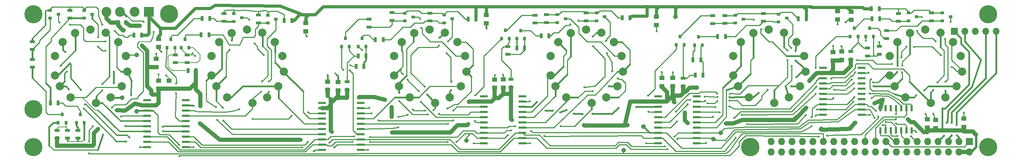
<source format=gtl>
G04 #@! TF.FileFunction,Copper,L1,Top,Signal*
%FSLAX46Y46*%
G04 Gerber Fmt 4.6, Leading zero omitted, Abs format (unit mm)*
G04 Created by KiCad (PCBNEW 4.0.7-e2-6376~58~ubuntu14.04.1) date Sun Mar  4 07:56:53 2018*
%MOMM*%
%LPD*%
G01*
G04 APERTURE LIST*
%ADD10C,0.100000*%
%ADD11C,4.500000*%
%ADD12R,1.727200X1.727200*%
%ADD13O,1.727200X1.727200*%
%ADD14C,2.000000*%
%ADD15R,1.300000X0.700000*%
%ADD16R,0.700000X1.300000*%
%ADD17R,0.600000X1.500000*%
%ADD18R,0.900000X0.800000*%
%ADD19R,0.800000X0.900000*%
%ADD20R,1.250000X1.000000*%
%ADD21R,1.950000X0.600000*%
%ADD22C,4.400000*%
%ADD23C,1.143000*%
%ADD24C,2.400000*%
%ADD25R,2.400000X2.400000*%
%ADD26R,1.700000X1.700000*%
%ADD27O,1.700000X1.700000*%
%ADD28C,0.508000*%
%ADD29C,1.016000*%
%ADD30C,0.400000*%
%ADD31C,0.254000*%
%ADD32C,0.152400*%
%ADD33C,0.200000*%
%ADD34C,1.000000*%
%ADD35C,0.600000*%
%ADD36C,0.750000*%
%ADD37C,0.250000*%
%ADD38C,0.330000*%
G04 APERTURE END LIST*
D10*
D11*
X204946000Y-88194000D03*
D12*
X258346000Y-86894000D03*
D13*
X258346000Y-89434000D03*
X255806000Y-86894000D03*
X255806000Y-89434000D03*
X253266000Y-86894000D03*
X253266000Y-89434000D03*
X250726000Y-86894000D03*
X250726000Y-89434000D03*
X248186000Y-86894000D03*
X248186000Y-89434000D03*
X245646000Y-86894000D03*
X245646000Y-89434000D03*
X243106000Y-86894000D03*
X243106000Y-89434000D03*
X240566000Y-86894000D03*
X240566000Y-89434000D03*
X238026000Y-86894000D03*
X238026000Y-89434000D03*
X235486000Y-86894000D03*
X235486000Y-89434000D03*
X232946000Y-86894000D03*
X232946000Y-89434000D03*
X230406000Y-86894000D03*
X230406000Y-89434000D03*
X227866000Y-86894000D03*
X227866000Y-89434000D03*
X225326000Y-86894000D03*
X225326000Y-89434000D03*
X222786000Y-86894000D03*
X222786000Y-89434000D03*
X220246000Y-86894000D03*
X220246000Y-89434000D03*
X217706000Y-86894000D03*
X217706000Y-89434000D03*
X215166000Y-86894000D03*
X215166000Y-89434000D03*
X212626000Y-86894000D03*
X212626000Y-89434000D03*
X210086000Y-86894000D03*
X210086000Y-89434000D03*
D14*
X205718265Y-60415993D03*
X204648249Y-76128035D03*
X201980879Y-73441934D03*
X200797558Y-70765696D03*
X200840879Y-66072070D03*
X202689079Y-62693630D03*
X209483373Y-59594008D03*
X213187530Y-60389824D03*
X216271865Y-62690906D03*
X218098121Y-66011221D03*
X218394015Y-69852008D03*
X217088780Y-73404199D03*
X214381328Y-76141169D03*
X210844497Y-77492956D03*
X161268265Y-60415993D03*
X160198249Y-76128035D03*
X157530879Y-73441934D03*
X156347558Y-70765696D03*
X156390879Y-66072070D03*
X158239079Y-62693630D03*
X165033373Y-59594008D03*
X168737530Y-60389824D03*
X171821865Y-62690906D03*
X173648121Y-66011221D03*
X173944015Y-69852008D03*
X172638780Y-73404199D03*
X169931328Y-76141169D03*
X166394497Y-77492956D03*
X243818265Y-60415993D03*
X242748249Y-76128035D03*
X240080879Y-73441934D03*
X238897558Y-70765696D03*
X238940879Y-66072070D03*
X240789079Y-62693630D03*
X247583373Y-59594008D03*
X251287530Y-60389824D03*
X254371865Y-62690906D03*
X256198121Y-66011221D03*
X256494015Y-69852008D03*
X255188780Y-73404199D03*
X252481328Y-76141169D03*
X248944497Y-77492956D03*
D15*
X238125000Y-59883000D03*
X238125000Y-61783000D03*
D16*
X56830000Y-60960000D03*
X54930000Y-60960000D03*
D17*
X236664500Y-84170500D03*
X237934500Y-84170500D03*
X239204500Y-84170500D03*
X240474500Y-84170500D03*
X241744500Y-84170500D03*
X243014500Y-84170500D03*
X244284500Y-84170500D03*
X244284500Y-78770500D03*
X243014500Y-78770500D03*
X241744500Y-78770500D03*
X240474500Y-78770500D03*
X239204500Y-78770500D03*
X237934500Y-78770500D03*
X236664500Y-78770500D03*
D16*
X234444500Y-54546500D03*
X236344500Y-54546500D03*
D15*
X249110500Y-55565000D03*
X249110500Y-57465000D03*
X236347000Y-65593000D03*
X236347000Y-63693000D03*
X233489500Y-64137500D03*
X233489500Y-66037500D03*
X229425500Y-66863000D03*
X229425500Y-64963000D03*
X241046000Y-55692000D03*
X241046000Y-57592000D03*
D16*
X236471500Y-57023000D03*
X234571500Y-57023000D03*
X218564500Y-57023000D03*
X216664500Y-57023000D03*
X198943000Y-61277500D03*
X197043000Y-61277500D03*
D15*
X208216500Y-55692000D03*
X208216500Y-57592000D03*
D16*
X192910500Y-66992500D03*
X191010500Y-66992500D03*
X191582000Y-70675500D03*
X193482000Y-70675500D03*
D15*
X188595000Y-73403500D03*
X188595000Y-71503500D03*
X198755000Y-56200000D03*
X198755000Y-58100000D03*
X195834000Y-58163500D03*
X195834000Y-56263500D03*
D16*
X175702000Y-56769000D03*
X173802000Y-56769000D03*
X155953500Y-61150500D03*
X154053500Y-61150500D03*
D15*
X164973000Y-55565000D03*
X164973000Y-57465000D03*
D16*
X150048000Y-64071500D03*
X148148000Y-64071500D03*
D15*
X145986500Y-63756500D03*
X145986500Y-65656500D03*
X146748500Y-73657500D03*
X146748500Y-71757500D03*
X155384500Y-56009500D03*
X155384500Y-57909500D03*
X152590500Y-58036500D03*
X152590500Y-56136500D03*
D16*
X138173500Y-57086500D03*
X136273500Y-57086500D03*
X115631000Y-62039500D03*
X113731000Y-62039500D03*
D15*
X127000000Y-55628500D03*
X127000000Y-57528500D03*
D16*
X110932000Y-68580000D03*
X109032000Y-68580000D03*
X109540000Y-66040000D03*
X111440000Y-66040000D03*
D15*
X106870500Y-74229000D03*
X106870500Y-72329000D03*
X117729000Y-55501500D03*
X117729000Y-57401500D03*
X112141000Y-58989000D03*
X112141000Y-57089000D03*
D16*
X93406000Y-57404000D03*
X91506000Y-57404000D03*
X73213000Y-60896500D03*
X71313000Y-60896500D03*
D15*
X85217000Y-56073000D03*
X85217000Y-57973000D03*
X67881500Y-67688500D03*
X67881500Y-65788500D03*
X65024000Y-65788500D03*
X65024000Y-67688500D03*
D16*
X70038000Y-69596000D03*
X68138000Y-69596000D03*
D15*
X76898500Y-55692000D03*
X76898500Y-57592000D03*
D16*
X73403500Y-56896000D03*
X71503500Y-56896000D03*
X34610000Y-77470000D03*
X36510000Y-77470000D03*
D15*
X39370000Y-54930000D03*
X39370000Y-56830000D03*
X41275000Y-86040000D03*
X41275000Y-84140000D03*
X38735000Y-84140000D03*
X38735000Y-86040000D03*
X36195000Y-86040000D03*
X36195000Y-84140000D03*
X30226000Y-62550000D03*
X30226000Y-64450000D03*
X30226000Y-66868000D03*
X30226000Y-68768000D03*
D18*
X251730000Y-55565000D03*
X251730000Y-57465000D03*
X253730000Y-56515000D03*
D19*
X233047500Y-61261500D03*
X234947500Y-61261500D03*
X233997500Y-59261500D03*
D18*
X243475000Y-55565000D03*
X243475000Y-57465000D03*
X245475000Y-56515000D03*
D19*
X229301000Y-61261500D03*
X231201000Y-61261500D03*
X230251000Y-59261500D03*
D18*
X211852000Y-55882500D03*
X211852000Y-57782500D03*
X213852000Y-56832500D03*
D19*
X191391500Y-63420500D03*
X193291500Y-63420500D03*
X192341500Y-61420500D03*
D18*
X201311000Y-56136500D03*
X201311000Y-58036500D03*
X203311000Y-57086500D03*
D19*
X186946500Y-63293500D03*
X188846500Y-63293500D03*
X187896500Y-61293500D03*
D18*
X167529000Y-55565000D03*
X167529000Y-57465000D03*
X169529000Y-56515000D03*
D19*
X148148000Y-61833000D03*
X150048000Y-61833000D03*
X149098000Y-59833000D03*
D18*
X158004000Y-56009500D03*
X158004000Y-57909500D03*
X160004000Y-56959500D03*
D19*
X144401500Y-61769500D03*
X146301500Y-61769500D03*
X145351500Y-59769500D03*
D18*
X130445000Y-56073000D03*
X130445000Y-57973000D03*
X132445000Y-57023000D03*
D19*
X109540000Y-63738000D03*
X111440000Y-63738000D03*
X110490000Y-61738000D03*
D18*
X120920000Y-55628500D03*
X120920000Y-57528500D03*
X122920000Y-56578500D03*
D19*
X105476000Y-63738000D03*
X107376000Y-63738000D03*
X106426000Y-61738000D03*
D18*
X87519000Y-56136500D03*
X87519000Y-58036500D03*
X89519000Y-57086500D03*
D19*
X66423500Y-63992000D03*
X68323500Y-63992000D03*
X67373500Y-61992000D03*
D18*
X79200500Y-55755500D03*
X79200500Y-57655500D03*
X81200500Y-56705500D03*
D19*
X62994500Y-63992000D03*
X64894500Y-63992000D03*
X63944500Y-61992000D03*
D18*
X42815000Y-54930000D03*
X42815000Y-56830000D03*
X44815000Y-55880000D03*
D19*
X40960000Y-82280000D03*
X42860000Y-82280000D03*
X41910000Y-80280000D03*
D18*
X34560000Y-54930000D03*
X34560000Y-56830000D03*
X36560000Y-55880000D03*
D19*
X36515000Y-82280000D03*
X38415000Y-82280000D03*
X37465000Y-80280000D03*
D20*
X60960000Y-74025000D03*
X60960000Y-72025000D03*
X102108000Y-74279000D03*
X102108000Y-72279000D03*
X142748000Y-73771000D03*
X142748000Y-71771000D03*
X183451500Y-73390000D03*
X183451500Y-71390000D03*
X225107500Y-67103500D03*
X225107500Y-65103500D03*
X250063000Y-83613500D03*
X250063000Y-81613500D03*
X63500000Y-74025000D03*
X63500000Y-72025000D03*
X104648000Y-74406000D03*
X104648000Y-72406000D03*
X144843500Y-73707500D03*
X144843500Y-71707500D03*
X186118500Y-73390000D03*
X186118500Y-71390000D03*
X227266500Y-66976500D03*
X227266500Y-64976500D03*
X248094500Y-83486500D03*
X248094500Y-81486500D03*
D21*
X58165000Y-76835000D03*
X58165000Y-78105000D03*
X58165000Y-79375000D03*
X58165000Y-80645000D03*
X58165000Y-81915000D03*
X58165000Y-83185000D03*
X58165000Y-84455000D03*
X58165000Y-85725000D03*
X58165000Y-86995000D03*
X58165000Y-88265000D03*
X67565000Y-88265000D03*
X67565000Y-86995000D03*
X67565000Y-85725000D03*
X67565000Y-84455000D03*
X67565000Y-83185000D03*
X67565000Y-81915000D03*
X67565000Y-80645000D03*
X67565000Y-79375000D03*
X67565000Y-78105000D03*
X67565000Y-76835000D03*
X140080000Y-75869800D03*
X140080000Y-77139800D03*
X140080000Y-78409800D03*
X140080000Y-79679800D03*
X140080000Y-80949800D03*
X140080000Y-82219800D03*
X140080000Y-83489800D03*
X140080000Y-84759800D03*
X140080000Y-86029800D03*
X140080000Y-87299800D03*
X149480000Y-87299800D03*
X149480000Y-86029800D03*
X149480000Y-84759800D03*
X149480000Y-83489800D03*
X149480000Y-82219800D03*
X149480000Y-80949800D03*
X149480000Y-79679800D03*
X149480000Y-78409800D03*
X149480000Y-77139800D03*
X149480000Y-75869800D03*
X100710000Y-77470000D03*
X100710000Y-78740000D03*
X100710000Y-80010000D03*
X100710000Y-81280000D03*
X100710000Y-82550000D03*
X100710000Y-83820000D03*
X100710000Y-85090000D03*
X100710000Y-86360000D03*
X100710000Y-87630000D03*
X100710000Y-88900000D03*
X110110000Y-88900000D03*
X110110000Y-87630000D03*
X110110000Y-86360000D03*
X110110000Y-85090000D03*
X110110000Y-83820000D03*
X110110000Y-82550000D03*
X110110000Y-81280000D03*
X110110000Y-80010000D03*
X110110000Y-78740000D03*
X110110000Y-77470000D03*
X222693500Y-68897500D03*
X222693500Y-70167500D03*
X222693500Y-71437500D03*
X222693500Y-72707500D03*
X222693500Y-73977500D03*
X222693500Y-75247500D03*
X222693500Y-76517500D03*
X222693500Y-77787500D03*
X222693500Y-79057500D03*
X222693500Y-80327500D03*
X232093500Y-80327500D03*
X232093500Y-79057500D03*
X232093500Y-77787500D03*
X232093500Y-76517500D03*
X232093500Y-75247500D03*
X232093500Y-73977500D03*
X232093500Y-72707500D03*
X232093500Y-71437500D03*
X232093500Y-70167500D03*
X232093500Y-68897500D03*
X182523400Y-75895200D03*
X182523400Y-77165200D03*
X182523400Y-78435200D03*
X182523400Y-79705200D03*
X182523400Y-80975200D03*
X182523400Y-82245200D03*
X182523400Y-83515200D03*
X182523400Y-84785200D03*
X182523400Y-86055200D03*
X182523400Y-87325200D03*
X191923400Y-87325200D03*
X191923400Y-86055200D03*
X191923400Y-84785200D03*
X191923400Y-83515200D03*
X191923400Y-82245200D03*
X191923400Y-80975200D03*
X191923400Y-79705200D03*
X191923400Y-78435200D03*
X191923400Y-77165200D03*
X191923400Y-75895200D03*
D20*
X256984500Y-83296000D03*
X256984500Y-81296000D03*
X60325000Y-68754500D03*
X60325000Y-66754500D03*
D16*
X53020000Y-57912000D03*
X51120000Y-57912000D03*
D22*
X30480000Y-88265000D03*
X262890000Y-55880000D03*
X262890000Y-88265000D03*
X30480000Y-55880000D03*
D23*
X52387500Y-59753500D03*
X55626000Y-79502000D03*
X55626000Y-65786000D03*
X197739000Y-84772500D03*
X195961000Y-86296500D03*
X178943000Y-83248500D03*
X52070000Y-76200000D03*
D14*
X40618265Y-60415993D03*
X39548249Y-76128035D03*
X36880879Y-73441934D03*
X35697558Y-70765696D03*
X35740879Y-66072070D03*
X37589079Y-62693630D03*
X44383373Y-59594008D03*
X48087530Y-60389824D03*
X51171865Y-62690906D03*
X52998121Y-66011221D03*
X53294015Y-69852008D03*
X51988780Y-73404199D03*
X49281328Y-76141169D03*
X45744497Y-77492956D03*
X78718265Y-60415993D03*
X77648249Y-76128035D03*
X74980879Y-73441934D03*
X73797558Y-70765696D03*
X73840879Y-66072070D03*
X75689079Y-62693630D03*
X82483373Y-59594008D03*
X86187530Y-60389824D03*
X89271865Y-62690906D03*
X91098121Y-66011221D03*
X91394015Y-69852008D03*
X90088780Y-73404199D03*
X87381328Y-76141169D03*
X83844497Y-77492956D03*
X123168265Y-60415993D03*
X122098249Y-76128035D03*
X119430879Y-73441934D03*
X118247558Y-70765696D03*
X118290879Y-66072070D03*
X120139079Y-62693630D03*
X126933373Y-59594008D03*
X130637530Y-60389824D03*
X133721865Y-62690906D03*
X135548121Y-66011221D03*
X135844015Y-69852008D03*
X134538780Y-73404199D03*
X131831328Y-76141169D03*
X128294497Y-77492956D03*
D20*
X60960000Y-61865000D03*
X60960000Y-63865000D03*
X96774000Y-57991500D03*
X96774000Y-59991500D03*
X140716000Y-56086500D03*
X140716000Y-58086500D03*
X182118000Y-56467500D03*
X182118000Y-58467500D03*
X226187000Y-55134000D03*
X226187000Y-57134000D03*
X229489000Y-55261000D03*
X229489000Y-57261000D03*
D23*
X135890000Y-86614000D03*
X186753500Y-56515000D03*
X174117000Y-88963500D03*
X191897000Y-73723500D03*
D22*
X30480000Y-79019000D03*
D24*
X55080000Y-55280000D03*
X48280000Y-55280000D03*
X51580000Y-55280000D03*
D22*
X63480000Y-55805000D03*
D25*
X58580000Y-55280000D03*
D26*
X254635000Y-60071000D03*
D27*
X257175000Y-60071000D03*
X259715000Y-60071000D03*
X262255000Y-60071000D03*
X264795000Y-60071000D03*
D28*
X140779500Y-59372500D03*
X233743500Y-70104000D03*
X245364000Y-84582000D03*
X256984500Y-79819500D03*
X249491500Y-80137000D03*
X247650000Y-80200500D03*
X233045000Y-62357000D03*
X236283500Y-62674500D03*
X225107500Y-63627000D03*
X227139500Y-63690500D03*
X228155500Y-57848500D03*
X226187000Y-58356500D03*
X234061000Y-80391000D03*
X220916500Y-80581500D03*
X191198500Y-64960500D03*
X186055000Y-70040500D03*
X183388000Y-69977000D03*
X182181500Y-60007500D03*
X193929000Y-76962000D03*
X194246500Y-87185500D03*
X179641500Y-87312500D03*
X151320500Y-77025500D03*
X142811500Y-70739000D03*
X144780000Y-70612000D03*
X61595000Y-65024000D03*
X97028000Y-61277500D03*
X60325000Y-65468500D03*
X148145500Y-62801500D03*
X137668000Y-87312500D03*
X151384000Y-87312500D03*
X98742500Y-89217500D03*
X111950500Y-88900000D03*
X112268000Y-78676500D03*
X110490000Y-64643000D03*
X107569000Y-68326000D03*
X104267000Y-70612000D03*
X102108000Y-70739000D03*
X69240400Y-65328800D03*
X69469000Y-78232000D03*
X62839600Y-70789800D03*
X60985400Y-70535800D03*
X69850000Y-66040000D03*
X56451500Y-88201500D03*
X69405500Y-88265000D03*
X41148000Y-83312000D03*
D29*
X215696716Y-81465511D03*
X222133160Y-83875880D03*
X230505000Y-82296000D03*
X235204000Y-77533500D03*
X243332000Y-81470500D03*
X237236000Y-76708000D03*
X199072500Y-82486500D03*
X189738000Y-82423000D03*
X189039500Y-79883000D03*
X186499500Y-77343000D03*
X218567000Y-78676500D03*
X219392500Y-72136000D03*
X164528500Y-82931000D03*
X147002500Y-81597500D03*
X103124000Y-84518500D03*
X95504000Y-86487000D03*
X70993000Y-82486500D03*
X71120000Y-78232000D03*
X106807000Y-76200000D03*
X136461500Y-77216000D03*
X136334500Y-82613500D03*
X117792500Y-84709000D03*
X117665500Y-80835500D03*
X117665500Y-78486000D03*
X116078000Y-76708000D03*
X109728000Y-76136500D03*
X56896000Y-63500000D03*
X56388000Y-58674000D03*
X46228000Y-83820000D03*
X50800000Y-79248000D03*
D28*
X51816000Y-80772000D03*
X47434500Y-85217000D03*
X50292000Y-59944000D03*
X47244000Y-58420000D03*
X36830000Y-57912000D03*
X39370000Y-58420000D03*
X48006000Y-62484000D03*
X50038000Y-72644000D03*
X50038000Y-69850000D03*
X48006000Y-64770000D03*
X46228000Y-63754000D03*
X46228000Y-61468000D03*
X65225000Y-72750000D03*
X65225000Y-75075000D03*
X86487000Y-65786000D03*
X84328000Y-62992000D03*
X83058000Y-57277000D03*
X87757000Y-72263000D03*
X87757000Y-74803000D03*
X107442000Y-69532500D03*
X105918000Y-69405500D03*
X124841000Y-59182000D03*
X124650500Y-56959500D03*
X132143500Y-74358500D03*
X132207000Y-72199500D03*
X131064000Y-65341500D03*
X131381500Y-62484000D03*
X137985500Y-75628500D03*
X137922000Y-81851500D03*
X161163000Y-58356500D03*
X163131500Y-57404000D03*
X169862500Y-62420500D03*
X170053000Y-65405000D03*
X171323000Y-69786500D03*
X172720000Y-71501000D03*
X180086000Y-75692000D03*
X180149500Y-79629000D03*
X205803500Y-57213500D03*
X207645000Y-59499500D03*
X214947500Y-64071500D03*
X215011000Y-68516500D03*
X195897500Y-80899000D03*
X201041000Y-81089500D03*
X221043500Y-73469500D03*
X220916500Y-68897500D03*
X245618000Y-59944000D03*
X250063000Y-62484000D03*
X246697500Y-56578500D03*
X252412500Y-61912500D03*
X253746000Y-57785000D03*
X252476000Y-72326500D03*
X252476000Y-74549000D03*
X37147500Y-68453000D03*
X38608000Y-69850000D03*
X39116000Y-74168000D03*
X42735500Y-78803500D03*
X53086000Y-86868000D03*
X62039500Y-84328000D03*
X42100500Y-74358500D03*
X42989500Y-77851000D03*
X53848000Y-85852000D03*
X61976000Y-83312000D03*
X39370000Y-67818000D03*
X38227000Y-65151000D03*
X47244000Y-72898000D03*
X47244000Y-74422000D03*
X54280877Y-75630980D03*
X52832000Y-83058000D03*
X86106000Y-72263000D03*
X85852000Y-74803000D03*
X97345500Y-79756000D03*
X93281500Y-80581500D03*
X83820000Y-81343500D03*
X80581500Y-78994000D03*
X76581000Y-78676500D03*
X76708000Y-81788000D03*
X78740000Y-62230000D03*
X78232000Y-64516000D03*
X74930000Y-78486000D03*
X75184000Y-81597500D03*
X129286000Y-61595000D03*
X129222500Y-63500000D03*
X125730000Y-73533000D03*
X126301500Y-75438000D03*
X127825500Y-79248000D03*
X125793500Y-79311500D03*
X122809000Y-79121000D03*
X121539000Y-80327500D03*
X119316500Y-80899000D03*
X119316500Y-83375500D03*
X131381500Y-82550000D03*
X131254500Y-78867000D03*
X112776000Y-80010000D03*
X114490500Y-81724500D03*
X132651500Y-79311500D03*
X132651500Y-81724500D03*
X129222500Y-80137000D03*
X126492000Y-80264000D03*
X119507000Y-77025500D03*
X119507000Y-75057000D03*
X120396000Y-70421500D03*
X121602500Y-71818500D03*
X124269500Y-74612500D03*
X124777500Y-77216000D03*
X164592000Y-73660000D03*
X166687500Y-63690500D03*
X166624000Y-61341000D03*
X158813500Y-83121500D03*
X147764500Y-83121500D03*
X170497500Y-73406000D03*
X166624000Y-74612500D03*
X152971500Y-77216000D03*
X155067000Y-79375000D03*
X156908500Y-79311500D03*
X158623000Y-79756000D03*
X160230207Y-79202017D03*
X161925000Y-80137000D03*
X164147500Y-80200500D03*
X166497000Y-80137000D03*
X172847000Y-78676500D03*
X177165000Y-78486000D03*
X196913500Y-75184000D03*
X199961500Y-75247500D03*
X213995000Y-64706500D03*
X213995000Y-67056000D03*
X189738000Y-77787500D03*
X194564000Y-77597000D03*
X196913500Y-77025500D03*
X199898000Y-76898500D03*
X209232500Y-74231500D03*
X216154000Y-71247000D03*
X215963500Y-67183000D03*
X215963500Y-64897000D03*
X207010000Y-74993500D03*
X214947500Y-73406000D03*
X199898000Y-76073000D03*
X197040500Y-76073000D03*
X193865500Y-75946000D03*
X190309500Y-76708000D03*
X186817000Y-79629000D03*
X187134500Y-81978500D03*
X250507500Y-72453500D03*
X249491500Y-74358500D03*
X224663000Y-71564500D03*
X220916500Y-75247500D03*
X202882500Y-80327500D03*
X197485000Y-79756000D03*
X199898000Y-78359000D03*
X196532500Y-78486000D03*
X234950000Y-73406000D03*
X230251000Y-73914000D03*
X241871500Y-70040500D03*
X241998500Y-68326000D03*
X234315000Y-71755000D03*
X229679500Y-71818500D03*
X247269000Y-74422000D03*
X245364000Y-75628500D03*
X225234500Y-76263500D03*
X225367678Y-74228770D03*
X230176042Y-72675474D03*
X234823000Y-72453500D03*
X240728500Y-69913500D03*
X240855500Y-68453000D03*
X254000000Y-68770500D03*
X251333000Y-65849500D03*
X244856000Y-63881000D03*
X242951000Y-63754000D03*
X230441500Y-70040500D03*
X230949500Y-67056000D03*
X239458500Y-68008500D03*
X241681000Y-66421000D03*
X240474500Y-82486500D03*
X235521500Y-79438500D03*
X184150000Y-88074500D03*
X186499500Y-85661500D03*
X97282000Y-86995000D03*
X102552500Y-87122000D03*
X233997500Y-75184000D03*
X230251000Y-76073000D03*
X219900500Y-80962500D03*
X219837000Y-83121500D03*
X151638000Y-84328000D03*
X146679299Y-84188015D03*
X112395000Y-85788500D03*
X108521500Y-85598000D03*
X244094000Y-85598000D03*
X240792000Y-85534500D03*
X240474500Y-80200500D03*
X240474500Y-81407000D03*
X57340500Y-57721500D03*
X59753500Y-60198000D03*
X44005500Y-89789000D03*
X44005500Y-86868000D03*
X44958000Y-83185000D03*
X49593500Y-78549500D03*
X221678500Y-85725000D03*
X223710500Y-85407500D03*
X65976500Y-87693500D03*
X66040000Y-90424000D03*
X237934500Y-82169000D03*
X236093000Y-80772000D03*
X235204000Y-81153000D03*
X237236000Y-82867500D03*
X187198000Y-86296500D03*
X184785000Y-88709500D03*
X103695500Y-88328500D03*
X95948500Y-88328500D03*
X234505500Y-76263500D03*
X230060500Y-77152500D03*
X221234000Y-79057500D03*
X218502079Y-80458751D03*
X204216000Y-82613500D03*
X201422000Y-85979000D03*
X154876500Y-85534500D03*
X145923000Y-85344000D03*
X108140500Y-86995000D03*
X133413500Y-86995000D03*
X131318000Y-86995000D03*
X112458500Y-86995000D03*
X252095000Y-85471000D03*
X252730000Y-82296000D03*
X254000000Y-85344000D03*
X254000000Y-82296000D03*
X255143000Y-82804000D03*
X255270000Y-85344000D03*
D30*
X140716000Y-58086500D02*
X140716000Y-59309000D01*
D31*
X140716000Y-59309000D02*
X140779500Y-59372500D01*
X232093500Y-70167500D02*
X233680000Y-70167500D01*
X233680000Y-70167500D02*
X233743500Y-70104000D01*
X244284500Y-84170500D02*
X244952500Y-84170500D01*
X244952500Y-84170500D02*
X245364000Y-84582000D01*
X256984500Y-81296000D02*
X256984500Y-79883000D01*
X256984500Y-79883000D02*
X256984500Y-79819500D01*
X250063000Y-81613500D02*
X249491500Y-80137000D01*
X248094500Y-81486500D02*
X247650000Y-80200500D01*
X233047500Y-61261500D02*
X233047500Y-62354500D01*
X233047500Y-62354500D02*
X233045000Y-62357000D01*
X236347000Y-63693000D02*
X236347000Y-62738000D01*
X236347000Y-62738000D02*
X236283500Y-62674500D01*
X225107500Y-65103500D02*
X225107500Y-63754000D01*
X225107500Y-63754000D02*
X225107500Y-63627000D01*
X227266500Y-64976500D02*
X227266500Y-63817500D01*
X227266500Y-63817500D02*
X227139500Y-63690500D01*
X229489000Y-57261000D02*
X228743000Y-57261000D01*
X228743000Y-57261000D02*
X228155500Y-57848500D01*
X226187000Y-57134000D02*
X226187000Y-58356500D01*
X232093500Y-80327500D02*
X233997500Y-80327500D01*
X233997500Y-80327500D02*
X234061000Y-80391000D01*
X222693500Y-80327500D02*
X221170500Y-80327500D01*
X221170500Y-80327500D02*
X220916500Y-80581500D01*
X191010500Y-66992500D02*
X191010500Y-65148500D01*
X191010500Y-65148500D02*
X191198500Y-64960500D01*
X191391500Y-63420500D02*
X191391500Y-64767500D01*
X191391500Y-64767500D02*
X191198500Y-64960500D01*
X186118500Y-71390000D02*
X186118500Y-70104000D01*
X186118500Y-70104000D02*
X186055000Y-70040500D01*
X183451500Y-71390000D02*
X183451500Y-70040500D01*
X183451500Y-70040500D02*
X183388000Y-69977000D01*
X182118000Y-58467500D02*
X182118000Y-59944000D01*
X182118000Y-59944000D02*
X182181500Y-60007500D01*
X191923400Y-77165200D02*
X193789300Y-77165200D01*
X193929000Y-77025500D02*
X193929000Y-76962000D01*
X193789300Y-77165200D02*
X193929000Y-77025500D01*
X191923400Y-87325200D02*
X194106800Y-87325200D01*
X194106800Y-87325200D02*
X194246500Y-87185500D01*
X182523400Y-87325200D02*
X179908200Y-87325200D01*
X179895500Y-87312500D02*
X179641500Y-87312500D01*
X179908200Y-87325200D02*
X179895500Y-87312500D01*
X149480000Y-77139800D02*
X151206200Y-77139800D01*
X151206200Y-77139800D02*
X151320500Y-77025500D01*
X142748000Y-71771000D02*
X142748000Y-70802500D01*
X142748000Y-70802500D02*
X142811500Y-70739000D01*
X144843500Y-71707500D02*
X144843500Y-70675500D01*
X144843500Y-70675500D02*
X144780000Y-70612000D01*
X60960000Y-63865000D02*
X60960000Y-64389000D01*
X60960000Y-64389000D02*
X61595000Y-65024000D01*
X96774000Y-59991500D02*
X96774000Y-61023500D01*
X96774000Y-61023500D02*
X97028000Y-61277500D01*
X60325000Y-66754500D02*
X60325000Y-65468500D01*
X148148000Y-64071500D02*
X148148000Y-62804000D01*
X148148000Y-62804000D02*
X148145500Y-62801500D01*
X148148000Y-61833000D02*
X148148000Y-64071500D01*
X140080000Y-87299800D02*
X137680700Y-87299800D01*
X137680700Y-87299800D02*
X137668000Y-87312500D01*
X149480000Y-87299800D02*
X151371300Y-87299800D01*
X151371300Y-87299800D02*
X151384000Y-87312500D01*
X100710000Y-88900000D02*
X99060000Y-88900000D01*
X99060000Y-88900000D02*
X98742500Y-89217500D01*
X110110000Y-88900000D02*
X111950500Y-88900000D01*
X110110000Y-78740000D02*
X112204500Y-78740000D01*
X112204500Y-78740000D02*
X112268000Y-78676500D01*
X109540000Y-63738000D02*
X109585000Y-63738000D01*
X109585000Y-63738000D02*
X110490000Y-64643000D01*
D30*
X104648000Y-72406000D02*
X104648000Y-70993000D01*
X104648000Y-70993000D02*
X104267000Y-70612000D01*
D32*
X109032000Y-68580000D02*
X108077000Y-68580000D01*
X107823000Y-68326000D02*
X107569000Y-68326000D01*
X108077000Y-68580000D02*
X107823000Y-68326000D01*
D31*
X104267000Y-70612000D02*
X103759000Y-70104000D01*
D30*
X102108000Y-72279000D02*
X102108000Y-70739000D01*
D32*
X63500000Y-72025000D02*
X63500000Y-71450200D01*
X63500000Y-71450200D02*
X62839600Y-70789800D01*
X63500000Y-71450200D02*
X62839600Y-70789800D01*
D30*
X67565000Y-78105000D02*
X69342000Y-78105000D01*
D32*
X69342000Y-78105000D02*
X69469000Y-78232000D01*
X67881500Y-65788500D02*
X68780700Y-65788500D01*
X68780700Y-65788500D02*
X69240400Y-65328800D01*
D33*
X60960000Y-72025000D02*
X60960000Y-70561200D01*
X60960000Y-70561200D02*
X60985400Y-70535800D01*
X67881500Y-65788500D02*
X69598500Y-65788500D01*
X69598500Y-65788500D02*
X69850000Y-66040000D01*
X66423500Y-63992000D02*
X66423500Y-64330500D01*
X66423500Y-64330500D02*
X67881500Y-65788500D01*
D31*
X58165000Y-88265000D02*
X56515000Y-88265000D01*
D32*
X56515000Y-88265000D02*
X56451500Y-88201500D01*
D31*
X67565000Y-88265000D02*
X69405500Y-88265000D01*
D30*
X40960000Y-82280000D02*
X40960000Y-83124000D01*
D32*
X40960000Y-83124000D02*
X41148000Y-83312000D01*
D30*
X41275000Y-84140000D02*
X41275000Y-83439000D01*
D32*
X41275000Y-83439000D02*
X41148000Y-83312000D01*
D30*
X251714000Y-78867000D02*
X252349000Y-78867000D01*
X256286000Y-61722000D02*
X254635000Y-60071000D01*
X256286000Y-63119000D02*
X256286000Y-61722000D01*
X258191000Y-65024000D02*
X256286000Y-63119000D01*
X258191000Y-73025000D02*
X258191000Y-65024000D01*
X252349000Y-78867000D02*
X258191000Y-73025000D01*
X251714000Y-84201000D02*
X251714000Y-78867000D01*
X251714000Y-78867000D02*
X251714000Y-78740000D01*
D34*
X222450660Y-84002880D02*
X222260160Y-83748880D01*
X229230687Y-83729491D02*
X228219000Y-83820000D01*
X228219000Y-83820000D02*
X222450660Y-84002880D01*
X229552500Y-83375500D02*
X229230687Y-83729491D01*
X216264451Y-80915549D02*
X216425301Y-80915549D01*
X215696716Y-81465511D02*
X216264451Y-80915549D01*
X222260160Y-83748880D02*
X222133160Y-83875880D01*
X237236000Y-76708000D02*
X237109000Y-76708000D01*
X230378000Y-82423000D02*
X229552500Y-83375500D01*
X229552500Y-83375500D02*
X229489000Y-83375500D01*
X230505000Y-82296000D02*
X230378000Y-82423000D01*
X237109000Y-76708000D02*
X235204000Y-77533500D01*
X236664500Y-78770500D02*
X237172500Y-76771500D01*
X248094500Y-84582000D02*
X248094500Y-83486500D01*
X247205500Y-84582000D02*
X248094500Y-84582000D01*
X244792500Y-82169000D02*
X247205500Y-84582000D01*
X244030500Y-82169000D02*
X244792500Y-82169000D01*
X243332000Y-81470500D02*
X244030500Y-82169000D01*
X237172500Y-76771500D02*
X237236000Y-76708000D01*
X250142500Y-84201000D02*
X248475500Y-84201000D01*
X248475500Y-84201000D02*
X248094500Y-83486500D01*
X256921000Y-84201000D02*
X251714000Y-84201000D01*
X251714000Y-84201000D02*
X250142500Y-84201000D01*
X250142500Y-84201000D02*
X250063000Y-83613500D01*
X256921000Y-84455000D02*
X256921000Y-84201000D01*
X256921000Y-84201000D02*
X256921000Y-83359500D01*
X256921000Y-83359500D02*
X256984500Y-83296000D01*
X259905500Y-85153500D02*
X259842000Y-85153500D01*
D35*
X259905500Y-88201500D02*
X259905500Y-85153500D01*
X258673000Y-89434000D02*
X259905500Y-88201500D01*
D34*
X256921000Y-84455000D02*
X256984500Y-84391500D01*
X259143500Y-84455000D02*
X256921000Y-84455000D01*
X259842000Y-85153500D02*
X259143500Y-84455000D01*
D35*
X258346000Y-89434000D02*
X258673000Y-89434000D01*
D34*
X255806000Y-89434000D02*
X258346000Y-89434000D01*
X203708000Y-81597500D02*
X203009500Y-81597500D01*
X203009500Y-81597500D02*
X200787000Y-82486500D01*
X200787000Y-82486500D02*
X199072500Y-82486500D01*
X189738000Y-82423000D02*
X189039500Y-81724500D01*
X189039500Y-81724500D02*
X189039500Y-79883000D01*
X186499500Y-77343000D02*
X186372500Y-77216000D01*
X186372500Y-77216000D02*
X186372500Y-75692000D01*
X215760216Y-81592511D02*
X203708000Y-81597500D01*
X216425301Y-80915549D02*
X215760216Y-81592511D01*
X221107000Y-70167500D02*
X219392500Y-72072500D01*
X222693500Y-70167500D02*
X221107000Y-70167500D01*
X218567000Y-78676500D02*
X216425301Y-80915549D01*
X219392500Y-72072500D02*
X219392500Y-72136000D01*
X188595000Y-74739500D02*
X189230000Y-74739500D01*
X190246000Y-73723500D02*
X191897000Y-73723500D01*
X189230000Y-74739500D02*
X190246000Y-73723500D01*
X229425500Y-66863000D02*
X229425500Y-68516500D01*
X227774500Y-70167500D02*
X224409000Y-70167500D01*
X229425500Y-68516500D02*
X227774500Y-70167500D01*
X225107500Y-67103500D02*
X225107500Y-69469000D01*
X224409000Y-70167500D02*
X222693500Y-70167500D01*
X225107500Y-69469000D02*
X224409000Y-70167500D01*
X225107500Y-67103500D02*
X227139500Y-67103500D01*
X227139500Y-67103500D02*
X227266500Y-66976500D01*
X175069500Y-82867500D02*
X174498000Y-82867500D01*
X174498000Y-82867500D02*
X174371000Y-82994500D01*
X188595000Y-73403500D02*
X188595000Y-74739500D01*
X188595000Y-74739500D02*
X188595000Y-75120500D01*
X188595000Y-75120500D02*
X188023500Y-75692000D01*
X188023500Y-75692000D02*
X186372500Y-75692000D01*
X186372500Y-75692000D02*
X186118500Y-75692000D01*
X186118500Y-73390000D02*
X186118500Y-75692000D01*
X186118500Y-75692000D02*
X184721500Y-77089000D01*
X183451500Y-73390000D02*
X183451500Y-73596500D01*
X183451500Y-73596500D02*
X184721500Y-74866500D01*
X184721500Y-74866500D02*
X184721500Y-77089000D01*
X184721500Y-77089000D02*
X184645300Y-77165200D01*
X184645300Y-77165200D02*
X182523400Y-77165200D01*
X146748500Y-73657500D02*
X146748500Y-81343500D01*
X175768000Y-77152500D02*
X182523400Y-77165200D01*
X174371000Y-82994500D02*
X175768000Y-77152500D01*
X164592000Y-82994500D02*
X174371000Y-82994500D01*
X164528500Y-82931000D02*
X164592000Y-82994500D01*
X146748500Y-81343500D02*
X147002500Y-81597500D01*
X60325000Y-68754500D02*
X58166000Y-68754500D01*
X58420000Y-68770500D02*
X58166000Y-68770500D01*
X58182000Y-68770500D02*
X58420000Y-68770500D01*
X58166000Y-68754500D02*
X58182000Y-68770500D01*
X144843500Y-75247500D02*
X146367500Y-75247500D01*
X146748500Y-74866500D02*
X146748500Y-73657500D01*
X146367500Y-75247500D02*
X146748500Y-74866500D01*
X142748000Y-76327000D02*
X143764000Y-76327000D01*
X144843500Y-75247500D02*
X144843500Y-73707500D01*
X143764000Y-76327000D02*
X144843500Y-75247500D01*
X140080000Y-77139800D02*
X141998700Y-77139800D01*
X142748000Y-76390500D02*
X142748000Y-76327000D01*
X142748000Y-76327000D02*
X142748000Y-73771000D01*
X141998700Y-77139800D02*
X142748000Y-76390500D01*
X70038000Y-72532200D02*
X70038000Y-74165500D01*
X102870000Y-84264500D02*
X102870000Y-77978000D01*
X103124000Y-84518500D02*
X102870000Y-84264500D01*
X75819000Y-86487000D02*
X95504000Y-86487000D01*
X70993000Y-82486500D02*
X75819000Y-86487000D01*
X71120000Y-75247500D02*
X71120000Y-78232000D01*
X70038000Y-74165500D02*
X71120000Y-75247500D01*
X136537700Y-77139800D02*
X136461500Y-77216000D01*
X136334500Y-82613500D02*
X136017000Y-82931000D01*
X136017000Y-82931000D02*
X133667500Y-82931000D01*
X133667500Y-82931000D02*
X131953000Y-84645500D01*
X131953000Y-84645500D02*
X120967500Y-84645500D01*
X140080000Y-77139800D02*
X136537700Y-77139800D01*
X117856000Y-84645500D02*
X120967500Y-84645500D01*
X117792500Y-84709000D02*
X117856000Y-84645500D01*
X117665500Y-80200500D02*
X117665500Y-80835500D01*
X117665500Y-78486000D02*
X117665500Y-80200500D01*
X113474500Y-76073000D02*
X116078000Y-76708000D01*
X109791500Y-76073000D02*
X113474500Y-76073000D01*
X109728000Y-76136500D02*
X109791500Y-76073000D01*
X102870000Y-77152500D02*
X103314500Y-77152500D01*
X103314500Y-77152500D02*
X104648000Y-75819000D01*
X100710000Y-78740000D02*
X102108000Y-78740000D01*
X102108000Y-78740000D02*
X102870000Y-77978000D01*
X102870000Y-77978000D02*
X102870000Y-77152500D01*
X102870000Y-77152500D02*
X102870000Y-76581000D01*
X102108000Y-74279000D02*
X102108000Y-75819000D01*
X104648000Y-74406000D02*
X104648000Y-75819000D01*
X104648000Y-75819000D02*
X104648000Y-76263500D01*
X104648000Y-76263500D02*
X104711500Y-76200000D01*
X104711500Y-76200000D02*
X106807000Y-76200000D01*
X106807000Y-76200000D02*
X106870500Y-76200000D01*
X106870500Y-76200000D02*
X106870500Y-74229000D01*
D35*
X104648000Y-74406000D02*
X104648000Y-75692000D01*
X104648000Y-75692000D02*
X102870000Y-77470000D01*
X102870000Y-77978000D02*
X102108000Y-78740000D01*
X102870000Y-76581000D02*
X102870000Y-77470000D01*
X102870000Y-77470000D02*
X102870000Y-77978000D01*
X102108000Y-75819000D02*
X102870000Y-76581000D01*
D34*
X63500000Y-74025000D02*
X68545200Y-74025000D01*
X70038000Y-72532200D02*
X70038000Y-69596000D01*
X68545200Y-74025000D02*
X70038000Y-72532200D01*
X53020000Y-57912000D02*
X54038500Y-58674000D01*
X59436000Y-75438000D02*
X60960000Y-75438000D01*
X59182000Y-75184000D02*
X59436000Y-75438000D01*
X59182000Y-74422000D02*
X59182000Y-75184000D01*
X58166000Y-73406000D02*
X59182000Y-74422000D01*
X58166000Y-64770000D02*
X58166000Y-68770500D01*
X58166000Y-68770500D02*
X58166000Y-73406000D01*
X56896000Y-63500000D02*
X58166000Y-64770000D01*
X54038500Y-58674000D02*
X56388000Y-58674000D01*
X58165000Y-78105000D02*
X56893086Y-78059561D01*
X56893086Y-78059561D02*
X55218298Y-77609640D01*
X36195000Y-88011000D02*
X36322000Y-87884000D01*
X36322000Y-87884000D02*
X44958000Y-87884000D01*
X44958000Y-87884000D02*
X45212000Y-87630000D01*
X36195000Y-88011000D02*
X36195000Y-86040000D01*
X45212000Y-84836000D02*
X45212000Y-87630000D01*
X46228000Y-83820000D02*
X45212000Y-84836000D01*
X52829019Y-79325769D02*
X50800000Y-79248000D01*
X55218298Y-77609640D02*
X52829019Y-79325769D01*
X63500000Y-74025000D02*
X60960000Y-74025000D01*
X58165000Y-78105000D02*
X60325000Y-78105000D01*
X60960000Y-77470000D02*
X60960000Y-75438000D01*
X60960000Y-75438000D02*
X60960000Y-74025000D01*
X60325000Y-78105000D02*
X60960000Y-77470000D01*
D36*
X140716000Y-56086500D02*
X140716000Y-54610000D01*
D30*
X140716000Y-54610000D02*
X140144500Y-54038500D01*
D36*
X234444500Y-54546500D02*
X232664000Y-54546500D01*
X232283000Y-54165500D02*
X228536500Y-54165500D01*
X232664000Y-54546500D02*
X232283000Y-54165500D01*
X229489000Y-55261000D02*
X229489000Y-55118000D01*
X229489000Y-55118000D02*
X228536500Y-54165500D01*
X228536500Y-54165500D02*
X225869500Y-54165500D01*
X226187000Y-55134000D02*
X226187000Y-54483000D01*
X225869500Y-54165500D02*
X219964000Y-54165500D01*
X226187000Y-54483000D02*
X225869500Y-54165500D01*
X219964000Y-54165500D02*
X219837000Y-54038500D01*
X218564500Y-57023000D02*
X218564500Y-54734500D01*
X218564500Y-54734500D02*
X217868500Y-54038500D01*
X182118000Y-56467500D02*
X182118000Y-54610000D01*
X182118000Y-54610000D02*
X182689500Y-54038500D01*
X186753500Y-56515000D02*
X186753500Y-54483000D01*
X186753500Y-54483000D02*
X187198000Y-54038500D01*
X60960000Y-61865000D02*
X60960000Y-61150500D01*
X61341000Y-60769500D02*
X61341000Y-59245500D01*
X60960000Y-61150500D02*
X61341000Y-60769500D01*
X96774000Y-57991500D02*
X96774000Y-56642000D01*
X96774000Y-56642000D02*
X97429200Y-55986800D01*
X138173500Y-57086500D02*
X138173500Y-54038500D01*
X138303000Y-54229000D02*
X138303000Y-54038500D01*
X138303000Y-54168000D02*
X138303000Y-54229000D01*
X138173500Y-54038500D02*
X138303000Y-54168000D01*
X179832000Y-56266200D02*
X176204800Y-56266200D01*
X176204800Y-56266200D02*
X175702000Y-56769000D01*
X179832000Y-56266200D02*
X179832000Y-54038500D01*
X179705000Y-53975000D02*
X179705000Y-54038500D01*
X179768500Y-53975000D02*
X179705000Y-53975000D01*
X179832000Y-54038500D02*
X179768500Y-53975000D01*
X98780600Y-55986800D02*
X99016700Y-55986800D01*
X99016700Y-55986800D02*
X100965000Y-54038500D01*
X219837000Y-54038500D02*
X219900500Y-54102000D01*
X100965000Y-54038500D02*
X138303000Y-54038500D01*
X138303000Y-54038500D02*
X140144500Y-54038500D01*
X140144500Y-54038500D02*
X179705000Y-54038500D01*
X179705000Y-54038500D02*
X182689500Y-54038500D01*
X182689500Y-54038500D02*
X187198000Y-54038500D01*
X187198000Y-54038500D02*
X217868500Y-54038500D01*
X217868500Y-54038500D02*
X219837000Y-54038500D01*
X70866000Y-54419500D02*
X73469500Y-54419500D01*
X58580000Y-56484500D02*
X61341000Y-59245500D01*
X61341000Y-59245500D02*
X65024000Y-59245500D01*
X65024000Y-59245500D02*
X69850000Y-54419500D01*
X69850000Y-54419500D02*
X70866000Y-54419500D01*
X58580000Y-55280000D02*
X58580000Y-56484500D01*
X90463776Y-53871072D02*
X95991800Y-55986800D01*
X74675989Y-53722197D02*
X90463776Y-53871072D01*
X73469500Y-54419500D02*
X74675989Y-53722197D01*
X93406000Y-57404000D02*
X93853000Y-57404000D01*
X93853000Y-57404000D02*
X95270200Y-55986800D01*
X95270200Y-55986800D02*
X95991800Y-55986800D01*
X95991800Y-55986800D02*
X97429200Y-55986800D01*
X97429200Y-55986800D02*
X98780600Y-55986800D01*
X56830000Y-60960000D02*
X58166000Y-60960000D01*
X58580000Y-60546000D02*
X58580000Y-55280000D01*
X58166000Y-60960000D02*
X58580000Y-60546000D01*
D31*
X238026000Y-86894000D02*
X238087500Y-86894000D01*
X238087500Y-86894000D02*
X239331500Y-88138000D01*
X239331500Y-88138000D02*
X257102000Y-88138000D01*
X257102000Y-88138000D02*
X258346000Y-86894000D01*
X243106000Y-86894000D02*
X243106000Y-86832500D01*
X243106000Y-86832500D02*
X241744500Y-85471000D01*
X241744500Y-85471000D02*
X241744500Y-84170500D01*
X240566000Y-86894000D02*
X239992500Y-86894000D01*
X239992500Y-86894000D02*
X238569500Y-85471000D01*
X238569500Y-85471000D02*
X236791500Y-85471000D01*
X236791500Y-85471000D02*
X236664500Y-85344000D01*
X236664500Y-85344000D02*
X236664500Y-84170500D01*
X58165000Y-80645000D02*
X51943000Y-80645000D01*
D32*
X51943000Y-80645000D02*
X51816000Y-80772000D01*
D30*
X47434500Y-85217000D02*
X46101000Y-88900000D01*
D31*
X46101000Y-88900000D02*
X46113967Y-88864186D01*
X46113967Y-88864186D02*
X35433000Y-88900000D01*
X35433000Y-88900000D02*
X34290000Y-87884000D01*
D30*
X34290000Y-87884000D02*
X34290000Y-83312000D01*
X34290000Y-83312000D02*
X35322000Y-82280000D01*
X35322000Y-82280000D02*
X36515000Y-82280000D01*
D32*
X36195000Y-84140000D02*
X36195000Y-83693000D01*
X36576000Y-83312000D02*
X38415000Y-83312000D01*
X36195000Y-83693000D02*
X36576000Y-83312000D01*
X38735000Y-84140000D02*
X38735000Y-83693000D01*
X38415000Y-83373000D02*
X38415000Y-83312000D01*
X38415000Y-83312000D02*
X38415000Y-82280000D01*
X38735000Y-83693000D02*
X38415000Y-83373000D01*
D31*
X37465000Y-80280000D02*
X34052000Y-80280000D01*
D30*
X30226000Y-71374000D02*
X30226000Y-68768000D01*
D37*
X33528000Y-74676000D02*
X30226000Y-71374000D01*
X33528000Y-79756000D02*
X33528000Y-74676000D01*
D31*
X34052000Y-80280000D02*
X33528000Y-79756000D01*
D37*
X51498500Y-60960000D02*
X51308000Y-60960000D01*
X50292000Y-59944000D02*
X51308000Y-60960000D01*
X46314491Y-56251147D02*
X47244000Y-58420000D01*
X46313975Y-54695975D02*
X46314491Y-56251147D01*
X45720000Y-54102000D02*
X46313975Y-54695975D01*
X43434000Y-54102000D02*
X45720000Y-54102000D01*
X43434000Y-54102000D02*
X42815000Y-54721000D01*
X54930000Y-60960000D02*
X53911500Y-60960000D01*
X52197000Y-60960000D02*
X51498500Y-60960000D01*
X51498500Y-60960000D02*
X51435000Y-60960000D01*
X52705000Y-61468000D02*
X52197000Y-60960000D01*
X53403500Y-61468000D02*
X52705000Y-61468000D01*
X53911500Y-60960000D02*
X53403500Y-61468000D01*
D38*
X34560000Y-54930000D02*
X33716000Y-54930000D01*
D30*
X30226000Y-61785500D02*
X30226000Y-62550000D01*
D38*
X33401000Y-58610500D02*
X30226000Y-61785500D01*
X33401000Y-55245000D02*
X33401000Y-58610500D01*
X33716000Y-54930000D02*
X33401000Y-55245000D01*
D32*
X42815000Y-54930000D02*
X42815000Y-54721000D01*
D37*
X39370000Y-54930000D02*
X39370000Y-54102000D01*
X39370000Y-54102000D02*
X42418000Y-54102000D01*
D32*
X42815000Y-54499000D02*
X42815000Y-54930000D01*
D37*
X42418000Y-54102000D02*
X42815000Y-54499000D01*
X35052000Y-54102000D02*
X39370000Y-54102000D01*
X35052000Y-54102000D02*
X34560000Y-54594000D01*
D32*
X34560000Y-54930000D02*
X34560000Y-54594000D01*
D37*
X34560000Y-56830000D02*
X34560000Y-59674000D01*
X32004000Y-62672000D02*
X30226000Y-64450000D01*
X32004000Y-62230000D02*
X32004000Y-62672000D01*
X34560000Y-59674000D02*
X32004000Y-62230000D01*
D30*
X30226000Y-64450000D02*
X30226000Y-66868000D01*
D37*
X36560000Y-57642000D02*
X36560000Y-55880000D01*
X36830000Y-57912000D02*
X36560000Y-57642000D01*
X41910000Y-58420000D02*
X39370000Y-58420000D01*
X42672000Y-59182000D02*
X41910000Y-58420000D01*
D31*
X42672000Y-61976000D02*
X42672000Y-59182000D01*
D37*
X43180000Y-62484000D02*
X42672000Y-61976000D01*
X48006000Y-62484000D02*
X43180000Y-62484000D01*
D31*
X55626000Y-65786000D02*
X53277805Y-65786000D01*
D32*
X53277805Y-65786000D02*
X53067286Y-65996519D01*
D30*
X41275000Y-86040000D02*
X41275000Y-86741000D01*
D32*
X41275000Y-86741000D02*
X41148000Y-86868000D01*
D30*
X38735000Y-86741000D02*
X38735000Y-86040000D01*
D32*
X38862000Y-86868000D02*
X38735000Y-86741000D01*
X41148000Y-86868000D02*
X38862000Y-86868000D01*
D30*
X42860000Y-86426000D02*
X42860000Y-82280000D01*
D32*
X42418000Y-86868000D02*
X42860000Y-86426000D01*
X41402000Y-86868000D02*
X42418000Y-86868000D01*
X41275000Y-86741000D02*
X41402000Y-86868000D01*
D37*
X36510000Y-77470000D02*
X37592000Y-77470000D01*
X41910000Y-79502000D02*
X41910000Y-80280000D01*
X41148000Y-78232000D02*
X41910000Y-79502000D01*
X38354000Y-78232000D02*
X41148000Y-78232000D01*
X37592000Y-77470000D02*
X38354000Y-78232000D01*
D30*
X42815000Y-56830000D02*
X39370000Y-56830000D01*
D32*
X39370000Y-56830000D02*
X39350000Y-56850000D01*
D37*
X39350000Y-56850000D02*
X34798000Y-61722000D01*
X34798000Y-61722000D02*
X34798000Y-62484000D01*
X34798000Y-62484000D02*
X33528000Y-63754000D01*
X33528000Y-63754000D02*
X33528000Y-72644000D01*
D30*
X33528000Y-72644000D02*
X34610000Y-73726000D01*
X34610000Y-73726000D02*
X34610000Y-77470000D01*
X50038000Y-69850000D02*
X50038000Y-72644000D01*
D37*
X47244000Y-64770000D02*
X48006000Y-64770000D01*
X46228000Y-63754000D02*
X47244000Y-64770000D01*
X46228000Y-58420000D02*
X46228000Y-61468000D01*
D30*
X52070000Y-76200000D02*
X49424026Y-76200000D01*
D32*
X49424026Y-76200000D02*
X49350493Y-76126467D01*
D30*
X44815000Y-55880000D02*
X44815000Y-57007000D01*
D37*
X44815000Y-57007000D02*
X46228000Y-58420000D01*
D31*
X67565000Y-81915000D02*
X66040000Y-81915000D01*
X62613500Y-68709500D02*
X62994500Y-63992000D01*
X65151000Y-71247000D02*
X62613500Y-68709500D01*
X65352000Y-72623000D02*
X65151000Y-71247000D01*
D32*
X65225000Y-72750000D02*
X65352000Y-72623000D01*
D31*
X65024000Y-80899000D02*
X65225000Y-75075000D01*
X66040000Y-81915000D02*
X65024000Y-80899000D01*
D33*
X68138000Y-69596000D02*
X64236600Y-69596000D01*
X63700700Y-65788500D02*
X65024000Y-65788500D01*
X63271400Y-66217800D02*
X63700700Y-65788500D01*
X63271400Y-68630800D02*
X63271400Y-66217800D01*
X64236600Y-69596000D02*
X63271400Y-68630800D01*
X65024000Y-65788500D02*
X65024000Y-65024000D01*
X64960500Y-64579500D02*
X64894500Y-63992000D01*
X65024000Y-65024000D02*
X64960500Y-64579500D01*
D37*
X71503500Y-56896000D02*
X69596000Y-56896000D01*
X63944500Y-61404500D02*
X63944500Y-61992000D01*
X64452500Y-60960000D02*
X63944500Y-61404500D01*
X65532000Y-60960000D02*
X64452500Y-60960000D01*
X69596000Y-56896000D02*
X65532000Y-60960000D01*
X87519000Y-56136500D02*
X87519000Y-55356000D01*
X91506000Y-55946000D02*
X91506000Y-57404000D01*
X89789000Y-55118000D02*
X91506000Y-55946000D01*
X88265000Y-55118000D02*
X89789000Y-55118000D01*
X87519000Y-55356000D02*
X88265000Y-55118000D01*
X87519000Y-56136500D02*
X87519000Y-55134000D01*
X85964059Y-55058235D02*
X85217000Y-55245000D01*
X86741000Y-54991000D02*
X85964059Y-55058235D01*
X87519000Y-55134000D02*
X86741000Y-54991000D01*
X79200500Y-55755500D02*
X79200500Y-54911500D01*
X85217000Y-55245000D02*
X85217000Y-56073000D01*
X81928214Y-54865538D02*
X85217000Y-55245000D01*
X80137000Y-54991000D02*
X81928214Y-54865538D01*
X79200500Y-54911500D02*
X80137000Y-54991000D01*
X76898500Y-55692000D02*
X76898500Y-55054500D01*
X79200500Y-54816500D02*
X79200500Y-55755500D01*
X78232000Y-54864000D02*
X79200500Y-54816500D01*
X77344267Y-54855690D02*
X78232000Y-54864000D01*
X76898500Y-55054500D02*
X77344267Y-54855690D01*
D30*
X79200500Y-57655500D02*
X76962000Y-57655500D01*
X76962000Y-57655500D02*
X76898500Y-57592000D01*
D31*
X73403500Y-56896000D02*
X74422000Y-56896000D01*
X75118000Y-57592000D02*
X76898500Y-57592000D01*
X74422000Y-56896000D02*
X75118000Y-57592000D01*
D37*
X81200500Y-56705500D02*
X82486500Y-56705500D01*
X84963000Y-64262000D02*
X86487000Y-65786000D01*
X84963000Y-63754000D02*
X84963000Y-64262000D01*
X84328000Y-62992000D02*
X84963000Y-63754000D01*
X82486500Y-56705500D02*
X83058000Y-57277000D01*
D33*
X67881500Y-67688500D02*
X70335100Y-67688500D01*
X69351400Y-63992000D02*
X68323500Y-63992000D01*
X70993000Y-65633600D02*
X69351400Y-63992000D01*
X70993000Y-67030600D02*
X70993000Y-65633600D01*
X70335100Y-67688500D02*
X70993000Y-67030600D01*
X65024000Y-67688500D02*
X67881500Y-67688500D01*
D37*
X71313000Y-60896500D02*
X67627500Y-60896500D01*
X67373500Y-61150500D02*
X67373500Y-61992000D01*
X67627500Y-60896500D02*
X67373500Y-61150500D01*
D31*
X87519000Y-58036500D02*
X85280500Y-58036500D01*
X85280500Y-58036500D02*
X85217000Y-57973000D01*
D37*
X84455000Y-60071000D02*
X84455000Y-61087000D01*
X85217000Y-58801000D02*
X84455000Y-59563000D01*
X84455000Y-59563000D02*
X84455000Y-60071000D01*
X85217000Y-57973000D02*
X85217000Y-58801000D01*
D31*
X76644500Y-60896500D02*
X73213000Y-60896500D01*
X78105000Y-63373000D02*
X76644500Y-60896500D01*
X80645000Y-63373000D02*
X78105000Y-63373000D01*
D37*
X81534000Y-61468000D02*
X80645000Y-63373000D01*
X84074000Y-61468000D02*
X81534000Y-61468000D01*
X84455000Y-61087000D02*
X84074000Y-61468000D01*
X87450493Y-76126467D02*
X87450493Y-75109507D01*
X89519000Y-59706000D02*
X89519000Y-57086500D01*
X87376000Y-61849000D02*
X89519000Y-59706000D01*
X87376000Y-63627000D02*
X87376000Y-61849000D01*
X88392000Y-64643000D02*
X87376000Y-63627000D01*
X88392000Y-71628000D02*
X88392000Y-64643000D01*
X87757000Y-72263000D02*
X88392000Y-71628000D01*
X87450493Y-75109507D02*
X87757000Y-74803000D01*
D31*
X110110000Y-85090000D02*
X109220000Y-85090000D01*
X109220000Y-85090000D02*
X108267500Y-84137500D01*
X108267500Y-84137500D02*
X108267500Y-70358000D01*
X108267500Y-70358000D02*
X107442000Y-69532500D01*
X105918000Y-69405500D02*
X105476000Y-68963500D01*
X105476000Y-68963500D02*
X105476000Y-63738000D01*
X107376000Y-63738000D02*
X107376000Y-64831000D01*
X107376000Y-64831000D02*
X108585000Y-66040000D01*
X106870500Y-72329000D02*
X106870500Y-67691000D01*
X108521500Y-66040000D02*
X108585000Y-66040000D01*
X108585000Y-66040000D02*
X109540000Y-66040000D01*
X106870500Y-67691000D02*
X108521500Y-66040000D01*
D37*
X112141000Y-57089000D02*
X109662000Y-57089000D01*
X106426000Y-60325000D02*
X106426000Y-61738000D01*
X109662000Y-57089000D02*
X106426000Y-60325000D01*
D31*
X120920000Y-55628500D02*
X117856000Y-55628500D01*
X117856000Y-55628500D02*
X117729000Y-55501500D01*
X127000000Y-55628500D02*
X124976498Y-55628500D01*
X121499998Y-55048502D02*
X120920000Y-55628500D01*
X124396500Y-55048502D02*
X121499998Y-55048502D01*
X124976498Y-55628500D02*
X124396500Y-55048502D01*
X127000000Y-55628500D02*
X130000500Y-55628500D01*
X130000500Y-55628500D02*
X130445000Y-56073000D01*
X130445000Y-56073000D02*
X130445000Y-55927500D01*
X130445000Y-55927500D02*
X131127500Y-55245000D01*
X131127500Y-55245000D02*
X133794500Y-55245000D01*
X133794500Y-55245000D02*
X135636000Y-57086500D01*
X135636000Y-57086500D02*
X136273500Y-57086500D01*
X112141000Y-58989000D02*
X117160000Y-58989000D01*
X117729000Y-58420000D02*
X117729000Y-57401500D01*
X117160000Y-58989000D02*
X117729000Y-58420000D01*
X120920000Y-57528500D02*
X117856000Y-57528500D01*
X117856000Y-57528500D02*
X117729000Y-57401500D01*
X122920000Y-56578500D02*
X124269500Y-56578500D01*
X133321221Y-66011221D02*
X135548121Y-66011221D01*
X129857500Y-62547500D02*
X133321221Y-66011221D01*
X127063500Y-62547500D02*
X129857500Y-62547500D01*
X125095000Y-60579000D02*
X127063500Y-62547500D01*
X125095000Y-59436000D02*
X125095000Y-60579000D01*
X124841000Y-59182000D02*
X125095000Y-59436000D01*
X124269500Y-56578500D02*
X124650500Y-56959500D01*
X111440000Y-66040000D02*
X111440000Y-63738000D01*
D30*
X110932000Y-68580000D02*
X110932000Y-67630000D01*
X111440000Y-67122000D02*
X111440000Y-66040000D01*
X110932000Y-67630000D02*
X111440000Y-67122000D01*
D37*
X113731000Y-62039500D02*
X113220500Y-62039500D01*
X110871000Y-60960000D02*
X110490000Y-61341000D01*
X112141000Y-60960000D02*
X110871000Y-60960000D01*
X113220500Y-62039500D02*
X112141000Y-60960000D01*
X110490000Y-61341000D02*
X110490000Y-61738000D01*
D31*
X123253500Y-58039000D02*
X125349000Y-58039000D01*
X117411500Y-62039500D02*
X120396000Y-59055000D01*
X120396000Y-59055000D02*
X122237500Y-59055000D01*
X122237500Y-59055000D02*
X123253500Y-58039000D01*
X115631000Y-62039500D02*
X117411500Y-62039500D01*
X125859500Y-57528500D02*
X127000000Y-57528500D01*
X125349000Y-58039000D02*
X125859500Y-57528500D01*
X130445000Y-57973000D02*
X129220000Y-57973000D01*
X128775500Y-57528500D02*
X127000000Y-57528500D01*
X129220000Y-57973000D02*
X128775500Y-57528500D01*
X132445000Y-57023000D02*
X132445000Y-61357000D01*
D30*
X131831328Y-74670672D02*
X131831328Y-76141169D01*
D31*
X132143500Y-74358500D02*
X131831328Y-74670672D01*
X132207000Y-72326500D02*
X132207000Y-72199500D01*
X132080000Y-72453500D02*
X132207000Y-72326500D01*
X132080000Y-66357500D02*
X132080000Y-72453500D01*
X131064000Y-65341500D02*
X132080000Y-66357500D01*
X131381500Y-62420500D02*
X131381500Y-62484000D01*
X132445000Y-61357000D02*
X131381500Y-62420500D01*
X140080000Y-82219800D02*
X138290300Y-82219800D01*
X140144500Y-66026500D02*
X144401500Y-61769500D01*
X140144500Y-73469500D02*
X140144500Y-66026500D01*
X137985500Y-75628500D02*
X140144500Y-73469500D01*
X138290300Y-82219800D02*
X137922000Y-81851500D01*
X146748500Y-71757500D02*
X146748500Y-69342000D01*
X144968000Y-63756500D02*
X145986500Y-63756500D01*
X144462500Y-64262000D02*
X144968000Y-63756500D01*
X144462500Y-67056000D02*
X144462500Y-64262000D01*
X146748500Y-69342000D02*
X144462500Y-67056000D01*
X145986500Y-63756500D02*
X145986500Y-63055500D01*
X146301500Y-62740500D02*
X146301500Y-61769500D01*
X145986500Y-63055500D02*
X146301500Y-62740500D01*
X145351500Y-59769500D02*
X145716500Y-59769500D01*
X145716500Y-59769500D02*
X149349500Y-56136500D01*
X149349500Y-56136500D02*
X152590500Y-56136500D01*
X167529000Y-55565000D02*
X167885502Y-55565000D01*
X167885502Y-55565000D02*
X168402000Y-55048502D01*
X172783500Y-56769000D02*
X173802000Y-56769000D01*
X171063002Y-55048502D02*
X172783500Y-56769000D01*
X168402000Y-55048502D02*
X171063002Y-55048502D01*
X158004000Y-56009500D02*
X158303000Y-56009500D01*
X158303000Y-56009500D02*
X159067500Y-55245000D01*
X159067500Y-55245000D02*
X164653000Y-55245000D01*
X164653000Y-55245000D02*
X164973000Y-55565000D01*
X167529000Y-55565000D02*
X164973000Y-55565000D01*
X155384500Y-56009500D02*
X158004000Y-56009500D01*
X155384500Y-57909500D02*
X152717500Y-57909500D01*
X152717500Y-57909500D02*
X152590500Y-58036500D01*
X158004000Y-57909500D02*
X155384500Y-57909500D01*
X173648121Y-66011221D02*
X171992721Y-66011221D01*
X161099500Y-56959500D02*
X160004000Y-56959500D01*
X163258500Y-59118500D02*
X161099500Y-56959500D01*
X163258500Y-60515500D02*
X163258500Y-59118500D01*
X165290500Y-62547500D02*
X163258500Y-60515500D01*
X168529000Y-62547500D02*
X165290500Y-62547500D01*
X171992721Y-66011221D02*
X168529000Y-62547500D01*
X150048000Y-64071500D02*
X150048000Y-64582000D01*
X150048000Y-64582000D02*
X148973500Y-65656500D01*
X148973500Y-65656500D02*
X145986500Y-65656500D01*
X150048000Y-61833000D02*
X150048000Y-64071500D01*
X149098000Y-59833000D02*
X151463500Y-59833000D01*
X152781000Y-61150500D02*
X154053500Y-61150500D01*
X151463500Y-59833000D02*
X152781000Y-61150500D01*
X164973000Y-57465000D02*
X163007000Y-57465000D01*
X156337000Y-61150500D02*
X155953500Y-61150500D01*
X157099000Y-60388500D02*
X156337000Y-61150500D01*
X158242000Y-60388500D02*
X157099000Y-60388500D01*
X160020000Y-58610500D02*
X158242000Y-60388500D01*
X160909000Y-58610500D02*
X160020000Y-58610500D01*
X161163000Y-58356500D02*
X160909000Y-58610500D01*
X163068000Y-57404000D02*
X163131500Y-57404000D01*
X163007000Y-57465000D02*
X163068000Y-57404000D01*
X167529000Y-57465000D02*
X164973000Y-57465000D01*
D30*
X169931328Y-76141169D02*
X172905831Y-76141169D01*
D31*
X170878500Y-57864500D02*
X169529000Y-56515000D01*
X170878500Y-61023500D02*
X170878500Y-57864500D01*
X169989500Y-61912500D02*
X170878500Y-61023500D01*
X169989500Y-62293500D02*
X169989500Y-61912500D01*
X169862500Y-62420500D02*
X169989500Y-62293500D01*
X169989500Y-65468500D02*
X170053000Y-65405000D01*
X171286394Y-67506476D02*
X169989500Y-65468500D01*
X171323000Y-69786500D02*
X171286394Y-67506476D01*
X172720000Y-71628000D02*
X172720000Y-71501000D01*
X172847000Y-71755000D02*
X172720000Y-71628000D01*
X173672500Y-71755000D02*
X172847000Y-71755000D01*
X174561500Y-72644000D02*
X173672500Y-71755000D01*
X174561500Y-74485500D02*
X174561500Y-72644000D01*
X172905831Y-76141169D02*
X174561500Y-74485500D01*
X182523400Y-79705200D02*
X180225700Y-79705200D01*
X186946500Y-64450000D02*
X186946500Y-63293500D01*
X181737000Y-69659500D02*
X186946500Y-64450000D01*
X181737000Y-74041000D02*
X181737000Y-69659500D01*
X180086000Y-75692000D02*
X181737000Y-74041000D01*
X180225700Y-79705200D02*
X180149500Y-79629000D01*
X188595000Y-71503500D02*
X188595000Y-63545000D01*
X188595000Y-63545000D02*
X188846500Y-63293500D01*
X188595000Y-71503500D02*
X189481500Y-71503500D01*
X190309500Y-70675500D02*
X191582000Y-70675500D01*
X189481500Y-71503500D02*
X190309500Y-70675500D01*
X195834000Y-56263500D02*
X192926500Y-56263500D01*
X192926500Y-56263500D02*
X187896500Y-61293500D01*
X211852000Y-55882500D02*
X211960500Y-55882500D01*
X211960500Y-55882500D02*
X212471000Y-55372000D01*
X215013500Y-55372000D02*
X216664500Y-57023000D01*
X212471000Y-55372000D02*
X215013500Y-55372000D01*
X208216500Y-55692000D02*
X211661500Y-55692000D01*
X211661500Y-55692000D02*
X211852000Y-55882500D01*
X201311000Y-56136500D02*
X201483000Y-56136500D01*
X201483000Y-56136500D02*
X201927500Y-55692000D01*
X201927500Y-55692000D02*
X208216500Y-55692000D01*
X198755000Y-56200000D02*
X201247500Y-56200000D01*
X201247500Y-56200000D02*
X201311000Y-56136500D01*
X198755000Y-58100000D02*
X195897500Y-58100000D01*
X195897500Y-58100000D02*
X195834000Y-58163500D01*
X201311000Y-58036500D02*
X198818500Y-58036500D01*
X198818500Y-58036500D02*
X198755000Y-58100000D01*
D30*
X218098121Y-66011221D02*
X213775721Y-66011221D01*
D31*
X205676500Y-57086500D02*
X203311000Y-57086500D01*
X205803500Y-57213500D02*
X205676500Y-57086500D01*
X207518000Y-59626500D02*
X207645000Y-59499500D01*
X207518000Y-60515500D02*
X207518000Y-59626500D01*
X209550000Y-62547500D02*
X207518000Y-60515500D01*
X210312000Y-62547500D02*
X209550000Y-62547500D01*
X213775721Y-66011221D02*
X210312000Y-62547500D01*
X192910500Y-66992500D02*
X192910500Y-63801500D01*
X192910500Y-63801500D02*
X193291500Y-63420500D01*
X193482000Y-70675500D02*
X193482000Y-67564000D01*
X193482000Y-67564000D02*
X192910500Y-66992500D01*
X197043000Y-61277500D02*
X192484500Y-61277500D01*
X192484500Y-61277500D02*
X192341500Y-61420500D01*
X211852000Y-57782500D02*
X210627000Y-57782500D01*
X210436500Y-57592000D02*
X208216500Y-57592000D01*
X210627000Y-57782500D02*
X210436500Y-57592000D01*
X198943000Y-61277500D02*
X201295000Y-61277500D01*
X207198000Y-58610500D02*
X208216500Y-57592000D01*
X203962000Y-58610500D02*
X207198000Y-58610500D01*
X201295000Y-61277500D02*
X203962000Y-58610500D01*
D30*
X214381328Y-76141169D02*
X213550500Y-73342500D01*
D31*
X215328500Y-58309000D02*
X213852000Y-56832500D01*
X215328500Y-60833000D02*
X215328500Y-58309000D01*
X214312500Y-61849000D02*
X215328500Y-60833000D01*
X214312500Y-63436500D02*
X214312500Y-61849000D01*
X214947500Y-64071500D02*
X214312500Y-63436500D01*
X215011000Y-71945500D02*
X215011000Y-68516500D01*
X213550500Y-73342500D02*
X215011000Y-71945500D01*
X220916500Y-68897500D02*
X220916500Y-66103500D01*
X195821300Y-80975200D02*
X195897500Y-80899000D01*
X201041000Y-81089500D02*
X202565000Y-79565500D01*
X202565000Y-79565500D02*
X215011000Y-79565500D01*
X215011000Y-79565500D02*
X221043500Y-73469500D01*
X191923400Y-80975200D02*
X195821300Y-80975200D01*
X220916500Y-66103500D02*
X224175500Y-62844500D01*
X225885500Y-61261500D02*
X229301000Y-61261500D01*
X224175500Y-62844500D02*
X225885500Y-61261500D01*
X233489500Y-64137500D02*
X232598000Y-64137500D01*
X232598000Y-64137500D02*
X231201000Y-62740500D01*
X229425500Y-64963000D02*
X229425500Y-64516000D01*
X231201000Y-62740500D02*
X231201000Y-61261500D01*
X229425500Y-64516000D02*
X231201000Y-62740500D01*
X230251000Y-59261500D02*
X230425500Y-59261500D01*
X230425500Y-59261500D02*
X232664000Y-57023000D01*
X232664000Y-57023000D02*
X234571500Y-57023000D01*
X243475000Y-55565000D02*
X244155000Y-55565000D01*
X248409500Y-54864000D02*
X249110500Y-55565000D01*
X244856000Y-54864000D02*
X248409500Y-54864000D01*
X244155000Y-55565000D02*
X244856000Y-54864000D01*
X249110500Y-55565000D02*
X251730000Y-55565000D01*
X243475000Y-55565000D02*
X243475000Y-55261000D01*
X243475000Y-55261000D02*
X242760500Y-54546500D01*
X242760500Y-54546500D02*
X240792000Y-54546500D01*
X236344500Y-54546500D02*
X240792000Y-54546500D01*
X241046000Y-54800500D02*
X241046000Y-55692000D01*
X240792000Y-54546500D02*
X241046000Y-54800500D01*
X241046000Y-57592000D02*
X243348000Y-57592000D01*
X243348000Y-57592000D02*
X243475000Y-57465000D01*
X236471500Y-57023000D02*
X238950500Y-57023000D01*
X239519500Y-57592000D02*
X241046000Y-57592000D01*
X238950500Y-57023000D02*
X239519500Y-57592000D01*
X245618000Y-60325000D02*
X245618000Y-59944000D01*
X247015000Y-61722000D02*
X245618000Y-60325000D01*
X249301000Y-61722000D02*
X247015000Y-61722000D01*
X250063000Y-62484000D02*
X249301000Y-61722000D01*
X245475000Y-56515000D02*
X246634000Y-56515000D01*
X246634000Y-56515000D02*
X246697500Y-56578500D01*
X234947500Y-61261500D02*
X234947500Y-65720000D01*
X234947500Y-65720000D02*
X235265000Y-66037500D01*
X233489500Y-66037500D02*
X235265000Y-66037500D01*
X235265000Y-66037500D02*
X235902500Y-66037500D01*
X235902500Y-66037500D02*
X236347000Y-65593000D01*
X233997500Y-59261500D02*
X235918500Y-59261500D01*
X236601000Y-60833000D02*
X237551000Y-61783000D01*
X236601000Y-59944000D02*
X236601000Y-60833000D01*
X235918500Y-59261500D02*
X236601000Y-59944000D01*
X237551000Y-61783000D02*
X238125000Y-61783000D01*
X249110500Y-57465000D02*
X246827000Y-57465000D01*
X240472000Y-59883000D02*
X238125000Y-59883000D01*
X241617500Y-58737500D02*
X240472000Y-59883000D01*
X245554500Y-58737500D02*
X241617500Y-58737500D01*
X246827000Y-57465000D02*
X245554500Y-58737500D01*
X249110500Y-57465000D02*
X251730000Y-57465000D01*
X252418746Y-61981206D02*
X252418746Y-61918746D01*
X252418746Y-61918746D02*
X252412500Y-61912500D01*
X253730000Y-57769000D02*
X253730000Y-56515000D01*
X253746000Y-57785000D02*
X253730000Y-57769000D01*
D30*
X252481328Y-76141169D02*
X252481328Y-74554328D01*
D31*
X252418746Y-61981206D02*
X252476000Y-62611000D01*
X252412500Y-63309500D02*
X252412500Y-61912500D01*
X253047500Y-63944500D02*
X252412500Y-63309500D01*
X253047500Y-71755000D02*
X253047500Y-63944500D01*
X252476000Y-72326500D02*
X253047500Y-71755000D01*
X252481328Y-74554328D02*
X252476000Y-74549000D01*
D37*
X36935251Y-68474749D02*
X40687431Y-64722569D01*
D30*
X40687431Y-64722569D02*
X40687431Y-60401292D01*
D32*
X36978749Y-68474749D02*
X37147500Y-68453000D01*
D38*
X38608000Y-69850000D02*
X38100000Y-70358000D01*
X38100000Y-70358000D02*
X38100000Y-72222813D01*
D30*
X38100000Y-72222813D02*
X36880879Y-73441934D01*
D38*
X67565000Y-84455000D02*
X62166500Y-84455000D01*
D30*
X38389934Y-73441934D02*
X36880879Y-73441934D01*
D38*
X39116000Y-74168000D02*
X38389934Y-73441934D01*
X50355500Y-86423500D02*
X42735500Y-78803500D01*
X50419000Y-86677500D02*
X50355500Y-86423500D01*
X50546000Y-86868000D02*
X50419000Y-86677500D01*
X53086000Y-86868000D02*
X50546000Y-86868000D01*
D32*
X62166500Y-84455000D02*
X62039500Y-84328000D01*
D37*
X39548249Y-76128035D02*
X43251965Y-76128035D01*
X45720000Y-73660000D02*
X51787443Y-73660000D01*
X43251965Y-76128035D02*
X45720000Y-73660000D01*
D32*
X51787443Y-73660000D02*
X52057945Y-73389498D01*
D38*
X58165000Y-84455000D02*
X51435000Y-84455000D01*
D32*
X42346035Y-76128035D02*
X39548249Y-76128035D01*
X45466000Y-79248000D02*
X42346035Y-76128035D01*
X46228000Y-79248000D02*
X45466000Y-79248000D01*
D38*
X51435000Y-84455000D02*
X46228000Y-79248000D01*
X67565000Y-83185000D02*
X62103000Y-83185000D01*
X39624000Y-68072000D02*
X39370000Y-67818000D01*
X39624000Y-71437500D02*
X39624000Y-68072000D01*
X42100500Y-74358500D02*
X39624000Y-71437500D01*
D32*
X43243500Y-77851000D02*
X42989500Y-77851000D01*
D38*
X50800000Y-85344000D02*
X43243500Y-77851000D01*
X53340000Y-85344000D02*
X50800000Y-85344000D01*
X53848000Y-85852000D02*
X53340000Y-85344000D01*
D32*
X62103000Y-83185000D02*
X61976000Y-83312000D01*
D30*
X37658244Y-62678928D02*
X37658244Y-64582244D01*
X39370000Y-67818000D02*
X36433631Y-70754369D01*
D38*
X37658244Y-64582244D02*
X38227000Y-65151000D01*
D32*
X36433631Y-70754369D02*
X35716838Y-70754369D01*
D30*
X45813662Y-77478254D02*
X45813662Y-75852338D01*
D38*
X49022000Y-61240428D02*
X48156695Y-60375123D01*
X49022000Y-71120000D02*
X49022000Y-61240428D01*
X47244000Y-72898000D02*
X49022000Y-71120000D01*
X45813662Y-75852338D02*
X47244000Y-74422000D01*
X58165000Y-81915000D02*
X51689000Y-81915000D01*
D30*
X47252254Y-77478254D02*
X45813662Y-77478254D01*
D38*
X51689000Y-81915000D02*
X47252254Y-77478254D01*
D30*
X53363180Y-69837306D02*
X51803306Y-69837306D01*
D31*
X50800000Y-68834000D02*
X50800000Y-63117235D01*
D38*
X51803306Y-69837306D02*
X50800000Y-68834000D01*
D32*
X50800000Y-63117235D02*
X51241031Y-62676204D01*
D38*
X58165000Y-83185000D02*
X52959000Y-83185000D01*
D30*
X54356000Y-72136000D02*
X53363180Y-69837306D01*
D38*
X54280877Y-75630980D02*
X54356000Y-72136000D01*
X54280877Y-75630980D02*
X54280877Y-75630980D01*
D32*
X52959000Y-83185000D02*
X52832000Y-83058000D01*
D31*
X67565000Y-80645000D02*
X82042000Y-80645000D01*
X83844497Y-78842503D02*
X83844497Y-77492956D01*
X82042000Y-80645000D02*
X83844497Y-78842503D01*
D37*
X83913662Y-77478254D02*
X83913662Y-76360338D01*
D30*
X86256695Y-63650695D02*
X86256695Y-60375123D01*
D37*
X87503000Y-64897000D02*
X86256695Y-63650695D01*
X87503000Y-70866000D02*
X87503000Y-64897000D01*
X86106000Y-72263000D02*
X87503000Y-70866000D01*
X85725000Y-74803000D02*
X85852000Y-74803000D01*
X83913662Y-76360338D02*
X85725000Y-74803000D01*
D32*
X83913662Y-77478254D02*
X83913662Y-76614338D01*
D31*
X77347485Y-79633188D02*
X70421500Y-79629000D01*
X97599500Y-80010000D02*
X97345500Y-79756000D01*
X93281500Y-80581500D02*
X92506798Y-81356202D01*
X92506798Y-81356202D02*
X83832702Y-81356202D01*
X83832702Y-81356202D02*
X83820000Y-81343500D01*
X80581500Y-78994000D02*
X79057500Y-79438500D01*
X79057500Y-79438500D02*
X77347485Y-79633188D01*
X100710000Y-80010000D02*
X97599500Y-80010000D01*
X69532500Y-79375000D02*
X67565000Y-79375000D01*
X70421500Y-79629000D02*
X69532500Y-79375000D01*
D37*
X77343000Y-67183000D02*
X77343000Y-71079813D01*
D30*
X77343000Y-71079813D02*
X74980879Y-73441934D01*
X74980879Y-73441934D02*
X74993500Y-76962000D01*
D31*
X74993500Y-76962000D02*
X76339476Y-78415652D01*
D37*
X76339476Y-78415652D02*
X76581000Y-78676500D01*
D31*
X76708000Y-81788000D02*
X78740000Y-83820000D01*
X78740000Y-83820000D02*
X100710000Y-83820000D01*
D37*
X77470000Y-65278000D02*
X77470000Y-67056000D01*
X78787431Y-62182569D02*
X78740000Y-62230000D01*
X78232000Y-64516000D02*
X77470000Y-65278000D01*
D30*
X78787431Y-60401292D02*
X78787431Y-62182569D01*
D37*
X77470000Y-67056000D02*
X77343000Y-67183000D01*
X100710000Y-82550000D02*
X96393000Y-82550000D01*
D30*
X90157945Y-76314945D02*
X90157945Y-73389498D01*
D37*
X96393000Y-82550000D02*
X90157945Y-76314945D01*
D30*
X77648249Y-76128035D02*
X78684965Y-76128035D01*
X81423502Y-73389498D02*
X90157945Y-73389498D01*
X78684965Y-76128035D02*
X81423502Y-73389498D01*
D31*
X100710000Y-85090000D02*
X78867000Y-85090000D01*
D30*
X72517000Y-72054207D02*
X73816838Y-70754369D01*
D37*
X72517000Y-76962000D02*
X72517000Y-72054207D01*
D31*
X74930000Y-78486000D02*
X72517000Y-76962000D01*
D37*
X78867000Y-85090000D02*
X75184000Y-81597500D01*
X73816838Y-70754369D02*
X74660631Y-70754369D01*
D30*
X74660631Y-70754369D02*
X76327000Y-69088000D01*
X76327000Y-69088000D02*
X76327000Y-63247684D01*
D37*
X76327000Y-63247684D02*
X75758244Y-62678928D01*
X91463180Y-69837306D02*
X91463180Y-70000180D01*
D30*
X91463180Y-70000180D02*
X96139000Y-74676000D01*
D37*
X97663000Y-81280000D02*
X100710000Y-81280000D01*
X96139000Y-79756000D02*
X97663000Y-81280000D01*
X96139000Y-74676000D02*
X96139000Y-79756000D01*
D30*
X89341031Y-62676204D02*
X89341031Y-65217969D01*
X89281000Y-67655126D02*
X91463180Y-69837306D01*
D37*
X89281000Y-65278000D02*
X89281000Y-67655126D01*
X89341031Y-65217969D02*
X89281000Y-65278000D01*
D31*
X130637530Y-60389824D02*
X130554676Y-60389824D01*
D30*
X130554676Y-60389824D02*
X129349500Y-61595000D01*
D31*
X129349500Y-61595000D02*
X129286000Y-61595000D01*
X129222500Y-63500000D02*
X128778000Y-63944500D01*
X128778000Y-63944500D02*
X124206000Y-63944500D01*
X124206000Y-63944500D02*
X122364500Y-65786000D01*
X122364500Y-65786000D02*
X122364500Y-70167500D01*
X122364500Y-70167500D02*
X125730000Y-73533000D01*
D30*
X126301500Y-75438000D02*
X128294497Y-77430997D01*
D31*
X128294497Y-77430997D02*
X128294497Y-77492956D01*
X110110000Y-83820000D02*
X117793558Y-83694024D01*
D30*
X128294497Y-78779003D02*
X128294497Y-77492956D01*
D31*
X127825500Y-79248000D02*
X128294497Y-78779003D01*
X122999500Y-79311500D02*
X125793500Y-79311500D01*
X122809000Y-79121000D02*
X122999500Y-79311500D01*
X121539000Y-80391000D02*
X121539000Y-80327500D01*
X119316500Y-80899000D02*
X121539000Y-80391000D01*
X117793558Y-83694024D02*
X119316500Y-83375500D01*
X137033000Y-74676000D02*
X137033000Y-71040993D01*
X131254500Y-78867000D02*
X132969000Y-77787500D01*
X132969000Y-77787500D02*
X133794500Y-77787500D01*
X133794500Y-77787500D02*
X137033000Y-74676000D01*
X110110000Y-82550000D02*
X131381500Y-82550000D01*
D30*
X137033000Y-71040993D02*
X135844015Y-69852008D01*
D31*
X133721865Y-62690906D02*
X135779406Y-62690906D01*
D30*
X137477500Y-68218523D02*
X135844015Y-69852008D01*
D31*
X137477500Y-64389000D02*
X137477500Y-68218523D01*
X135779406Y-62690906D02*
X137477500Y-64389000D01*
D30*
X122098249Y-76128035D02*
X118435965Y-76128035D01*
D31*
X113284000Y-81280000D02*
X110110000Y-81280000D01*
X118435965Y-76128035D02*
X113284000Y-81280000D01*
D30*
X122098249Y-76128035D02*
X124277965Y-76128035D01*
D31*
X127001801Y-73404199D02*
X134538780Y-73404199D01*
X124277965Y-76128035D02*
X127001801Y-73404199D01*
X118491000Y-81788000D02*
X132588000Y-81788000D01*
X114490500Y-81724500D02*
X114554000Y-81788000D01*
X114554000Y-81788000D02*
X118491000Y-81788000D01*
X110110000Y-80010000D02*
X112776000Y-80010000D01*
X133553200Y-78409800D02*
X140080000Y-78409800D01*
X132651500Y-79311500D02*
X133553200Y-78409800D01*
X132588000Y-81788000D02*
X132651500Y-81724500D01*
D30*
X119430879Y-73441934D02*
X119430879Y-74980879D01*
D31*
X136982200Y-79679800D02*
X140080000Y-79679800D01*
X136334500Y-80327500D02*
X136982200Y-79679800D01*
X129413000Y-80327500D02*
X136334500Y-80327500D01*
X129222500Y-80137000D02*
X129413000Y-80327500D01*
X122745500Y-80264000D02*
X126492000Y-80264000D01*
X119507000Y-77025500D02*
X122745500Y-80264000D01*
X119430879Y-74980879D02*
X119507000Y-75057000D01*
X119430879Y-73441934D02*
X119430879Y-72656621D01*
D30*
X119430879Y-72656621D02*
X121285000Y-70802500D01*
D31*
X121285000Y-70802500D02*
X121285000Y-64325500D01*
X121285000Y-64325500D02*
X122999500Y-62611000D01*
D30*
X122999500Y-62611000D02*
X122999500Y-60584758D01*
D31*
X122999500Y-60584758D02*
X123168265Y-60415993D01*
X140080000Y-80949800D02*
X128511300Y-80949800D01*
X119874877Y-69900377D02*
X119874877Y-69138377D01*
X120396000Y-70421500D02*
X119874877Y-69900377D01*
X121602500Y-71945500D02*
X121602500Y-71818500D01*
X124269500Y-74612500D02*
X121602500Y-71945500D01*
X128511300Y-80949800D02*
X124777500Y-77216000D01*
D30*
X120139079Y-62693630D02*
X120139079Y-64767079D01*
D31*
X120396000Y-68617254D02*
X119874877Y-69138377D01*
D30*
X119874877Y-69138377D02*
X118247558Y-70765696D01*
D31*
X120396000Y-65024000D02*
X120396000Y-68617254D01*
X120139079Y-64767079D02*
X120396000Y-65024000D01*
X169608500Y-71183500D02*
X169354500Y-71183500D01*
X167195500Y-73342500D02*
X164592000Y-73660000D01*
X169354500Y-71183500D02*
X167195500Y-73342500D01*
X167894000Y-64897000D02*
X167894000Y-64960500D01*
X169608500Y-66675000D02*
X169608500Y-71183500D01*
X169608500Y-71183500D02*
X169608500Y-71247000D01*
X167894000Y-64960500D02*
X169608500Y-66675000D01*
D30*
X168737530Y-60389824D02*
X167575176Y-60389824D01*
D31*
X167894000Y-64897000D02*
X167957500Y-64897000D01*
X166687500Y-63690500D02*
X167894000Y-64897000D01*
X167575176Y-60389824D02*
X166624000Y-61341000D01*
X140080000Y-83489800D02*
X145872200Y-83489800D01*
D30*
X166394497Y-78969503D02*
X166394497Y-77492956D01*
D31*
X162242500Y-83121500D02*
X166394497Y-78969503D01*
X158813500Y-83121500D02*
X162242500Y-83121500D01*
X146240500Y-83121500D02*
X147764500Y-83121500D01*
X145872200Y-83489800D02*
X146240500Y-83121500D01*
D30*
X171821865Y-62690906D02*
X173752406Y-62690906D01*
X175704500Y-68091523D02*
X173944015Y-69852008D01*
D31*
X175704500Y-64643000D02*
X175704500Y-68091523D01*
X173752406Y-62690906D02*
X175704500Y-64643000D01*
X149480000Y-83489800D02*
X157111700Y-83489800D01*
D30*
X172654492Y-69852008D02*
X173944015Y-69852008D01*
D31*
X167322500Y-75501500D02*
X172654492Y-69852008D01*
X165417500Y-75501500D02*
X167322500Y-75501500D01*
X157111700Y-83489800D02*
X165417500Y-75501500D01*
D30*
X160198249Y-76128035D02*
X163076465Y-76128035D01*
X170499301Y-73404199D02*
X172638780Y-73404199D01*
D31*
X170497500Y-73406000D02*
X170499301Y-73404199D01*
X164719000Y-74612500D02*
X166624000Y-74612500D01*
X163076465Y-76128035D02*
X164719000Y-74612500D01*
X149480000Y-82219800D02*
X155143200Y-82219800D01*
D30*
X160198249Y-77164751D02*
X160198249Y-76128035D01*
D31*
X155143200Y-82219800D02*
X160198249Y-77164751D01*
D30*
X161268265Y-60415993D02*
X161268265Y-66188735D01*
X160401000Y-70571813D02*
X157530879Y-73441934D01*
D31*
X160401000Y-67056000D02*
X160401000Y-70571813D01*
X161268265Y-66188735D02*
X160401000Y-67056000D01*
X149480000Y-80949800D02*
X152349200Y-80949800D01*
D30*
X157530879Y-75768121D02*
X157530879Y-73441934D01*
D31*
X152349200Y-80949800D02*
X157530879Y-75768121D01*
X156347558Y-70765696D02*
X157326304Y-70765696D01*
D30*
X157326304Y-70765696D02*
X159512000Y-68580000D01*
X160210500Y-64665051D02*
X158239079Y-62693630D01*
D31*
X160210500Y-65405000D02*
X160210500Y-64665051D01*
X159512000Y-66103500D02*
X160210500Y-65405000D01*
X159512000Y-68580000D02*
X159512000Y-66103500D01*
X149480000Y-79679800D02*
X151714200Y-79679800D01*
D30*
X155638500Y-71474754D02*
X156347558Y-70765696D01*
D31*
X155638500Y-75755500D02*
X155638500Y-71474754D01*
X151714200Y-79679800D02*
X155638500Y-75755500D01*
D30*
X182523400Y-78435200D02*
X177215800Y-78435200D01*
X151777700Y-78409800D02*
X149480000Y-78409800D01*
X152971500Y-77216000D02*
X151777700Y-78409800D01*
X156845000Y-79375000D02*
X155067000Y-79375000D01*
X156908500Y-79311500D02*
X156845000Y-79375000D01*
X160166707Y-79138517D02*
X158623000Y-79756000D01*
X160230207Y-79202017D02*
X160166707Y-79138517D01*
X164084000Y-80137000D02*
X161925000Y-80137000D01*
X164147500Y-80200500D02*
X164084000Y-80137000D01*
X171386500Y-80137000D02*
X166497000Y-80137000D01*
X172847000Y-78676500D02*
X171386500Y-80137000D01*
X177215800Y-78435200D02*
X177165000Y-78486000D01*
D31*
X202438000Y-75247500D02*
X200025000Y-75184000D01*
X204438250Y-73247250D02*
X202438000Y-75247500D01*
X211931250Y-73247250D02*
X204438250Y-73247250D01*
X184200800Y-80975200D02*
X182523400Y-80975200D01*
X190182500Y-75120500D02*
X184200800Y-80975200D01*
X192468500Y-75120500D02*
X190182500Y-75120500D01*
X192913000Y-74803000D02*
X192468500Y-75120500D01*
X196532500Y-74803000D02*
X192913000Y-74803000D01*
X196913500Y-75184000D02*
X196532500Y-74803000D01*
X200025000Y-75184000D02*
X199961500Y-75247500D01*
D30*
X210844497Y-77492956D02*
X210844497Y-74334003D01*
X213187530Y-63899030D02*
X213187530Y-60389824D01*
D31*
X213995000Y-64706500D02*
X213187530Y-63899030D01*
X213995000Y-71183500D02*
X213995000Y-67056000D01*
X210844497Y-74334003D02*
X211931250Y-73247250D01*
X211931250Y-73247250D02*
X213995000Y-71183500D01*
X218394015Y-69852008D02*
X217485492Y-69852008D01*
D30*
X217485492Y-69852008D02*
X216154000Y-71183500D01*
D31*
X185356500Y-82169000D02*
X182599600Y-82169000D01*
X189738000Y-77787500D02*
X185356500Y-82169000D01*
X196342000Y-77597000D02*
X194564000Y-77597000D01*
X196913500Y-77025500D02*
X196342000Y-77597000D01*
X201803000Y-76898500D02*
X199898000Y-76898500D01*
X202946000Y-78041500D02*
X201803000Y-76898500D01*
X206184500Y-78041500D02*
X202946000Y-78041500D01*
X207772000Y-76454000D02*
X206184500Y-78041500D01*
X207772000Y-75755500D02*
X207772000Y-76454000D01*
X209232500Y-74231500D02*
X207772000Y-75755500D01*
X216154000Y-71183500D02*
X216154000Y-71247000D01*
X182599600Y-82169000D02*
X182523400Y-82245200D01*
D30*
X216271865Y-62690906D02*
X215954365Y-64887865D01*
X215963500Y-67183000D02*
X218394015Y-69296015D01*
D31*
X215954365Y-64887865D02*
X215963500Y-64897000D01*
X218394015Y-69296015D02*
X218394015Y-69852008D01*
D30*
X217088780Y-73404199D02*
X214885801Y-73404199D01*
X207010000Y-74993500D02*
X205557965Y-76128035D01*
D31*
X214887602Y-73406000D02*
X214947500Y-73406000D01*
X214885801Y-73404199D02*
X214887602Y-73406000D01*
X205557965Y-76128035D02*
X204648249Y-76128035D01*
X182523400Y-83515200D02*
X185597800Y-83515200D01*
D30*
X199961500Y-76136500D02*
X204466214Y-75946000D01*
D31*
X199898000Y-76073000D02*
X199961500Y-76136500D01*
X193929000Y-75882500D02*
X197040500Y-76073000D01*
X193865500Y-75946000D02*
X193929000Y-75882500D01*
X189484000Y-76708000D02*
X190309500Y-76708000D01*
X186817000Y-79629000D02*
X189484000Y-76708000D01*
X185597800Y-83515200D02*
X187134500Y-81978500D01*
X204466214Y-75946000D02*
X204648249Y-76128035D01*
X191923400Y-83515200D02*
X196723000Y-83515200D01*
X199136000Y-75651813D02*
X199136000Y-74358500D01*
D30*
X199136000Y-74358500D02*
X201980879Y-73441934D01*
D31*
X199136000Y-80835500D02*
X199136000Y-75651813D01*
X196723000Y-83515200D02*
X199136000Y-80835500D01*
D30*
X205718265Y-60415993D02*
X205718265Y-66442735D01*
X205041500Y-70381313D02*
X201980879Y-73441934D01*
D31*
X205041500Y-67119500D02*
X205041500Y-70381313D01*
X205718265Y-66442735D02*
X205041500Y-67119500D01*
X200797558Y-70765696D02*
X200797558Y-71363442D01*
D30*
X200797558Y-71363442D02*
X198310500Y-73850500D01*
D31*
X196456300Y-82245200D02*
X191923400Y-82245200D01*
X198310500Y-80391000D02*
X196456300Y-82245200D01*
X198310500Y-73850500D02*
X198310500Y-80391000D01*
X200797558Y-70765696D02*
X200797558Y-70410942D01*
D30*
X200797558Y-70410942D02*
X202689079Y-68519421D01*
X202689079Y-68519421D02*
X202689079Y-62693630D01*
X248944497Y-77492956D02*
X248944497Y-74905503D01*
X251287530Y-63899030D02*
X251287530Y-60389824D01*
D31*
X252095000Y-64706500D02*
X251287530Y-63899030D01*
X252095000Y-70675500D02*
X252095000Y-64706500D01*
X250507500Y-72453500D02*
X252095000Y-70675500D01*
X248944497Y-74905503D02*
X249491500Y-74358500D01*
X215265000Y-80264000D02*
X220916500Y-75247500D01*
D30*
X243776500Y-72324959D02*
X248944497Y-77492956D01*
D31*
X243776500Y-70802500D02*
X243776500Y-72324959D01*
X242125500Y-69151500D02*
X243776500Y-70802500D01*
X234886500Y-69151500D02*
X242125500Y-69151500D01*
X233680000Y-67945000D02*
X234886500Y-69151500D01*
X230759000Y-67945000D02*
X233680000Y-67945000D01*
X230505000Y-68199000D02*
X230759000Y-67945000D01*
X230505000Y-68897500D02*
X230505000Y-68199000D01*
X228092000Y-71310500D02*
X230505000Y-68897500D01*
X224917000Y-71310500D02*
X228092000Y-71310500D01*
X224663000Y-71564500D02*
X224917000Y-71310500D01*
X203073000Y-80327500D02*
X215265000Y-80264000D01*
X203073000Y-80327500D02*
X202882500Y-80327500D01*
X191923400Y-79705200D02*
X197434200Y-79705200D01*
X197434200Y-79705200D02*
X197485000Y-79756000D01*
X191923400Y-78435200D02*
X196481700Y-78435200D01*
X221678500Y-71437500D02*
X222693500Y-71437500D01*
X220980000Y-72136000D02*
X221678500Y-71437500D01*
X220980000Y-72390000D02*
X220980000Y-72136000D01*
X214630000Y-78930500D02*
X220980000Y-72390000D01*
X201104500Y-78930500D02*
X214630000Y-78930500D01*
X199898000Y-78359000D02*
X201104500Y-78930500D01*
X196481700Y-78435200D02*
X196532500Y-78486000D01*
X222693500Y-75247500D02*
X228600000Y-75247500D01*
D30*
X234985934Y-73441934D02*
X240080879Y-73441934D01*
D31*
X234950000Y-73406000D02*
X234985934Y-73441934D01*
X228600000Y-75247500D02*
X230251000Y-73914000D01*
D30*
X243818265Y-60415993D02*
X243818265Y-65617235D01*
X241935000Y-71587813D02*
X240080879Y-73441934D01*
D31*
X241935000Y-70104000D02*
X241935000Y-71587813D01*
X241871500Y-70040500D02*
X241935000Y-70104000D01*
X241998500Y-67437000D02*
X241998500Y-68326000D01*
X243818265Y-65617235D02*
X241998500Y-67437000D01*
X222693500Y-73977500D02*
X224345500Y-73977500D01*
D30*
X240220500Y-75374500D02*
X242748249Y-76128035D01*
D31*
X238442500Y-74549000D02*
X240220500Y-75374500D01*
X234696000Y-74549000D02*
X238442500Y-74549000D01*
X234061000Y-73914000D02*
X234696000Y-74549000D01*
X234061000Y-71691500D02*
X234061000Y-73914000D01*
X234315000Y-71755000D02*
X234061000Y-71691500D01*
X229425500Y-71818500D02*
X229679500Y-71818500D01*
X228219000Y-73279000D02*
X229425500Y-71818500D01*
X225044000Y-73279000D02*
X228219000Y-73279000D01*
X224345500Y-73977500D02*
X225044000Y-73279000D01*
D30*
X242748249Y-76128035D02*
X244864465Y-76128035D01*
X248286801Y-73404199D02*
X255188780Y-73404199D01*
D31*
X247269000Y-74422000D02*
X248286801Y-73404199D01*
X244864465Y-76128035D02*
X245364000Y-75628500D01*
D30*
X238897558Y-70765696D02*
X237844304Y-70765696D01*
D31*
X224980500Y-76517500D02*
X222693500Y-76517500D01*
X225234500Y-76263500D02*
X224980500Y-76517500D01*
X228034678Y-74355770D02*
X225367678Y-74228770D01*
X230176042Y-72675474D02*
X228034678Y-74355770D01*
X236156500Y-72453500D02*
X234823000Y-72453500D01*
X237844304Y-70765696D02*
X236156500Y-72453500D01*
X238897558Y-70765696D02*
X239876304Y-70765696D01*
D30*
X239876304Y-70765696D02*
X240728500Y-69913500D01*
D31*
X240855500Y-68453000D02*
X240789079Y-68386579D01*
D30*
X240789079Y-68386579D02*
X240789079Y-62693630D01*
D31*
X241725000Y-66425000D02*
X241775000Y-65875000D01*
X255335508Y-69852008D02*
X254254000Y-68770500D01*
X254254000Y-68770500D02*
X254000000Y-68770500D01*
X251333000Y-65849500D02*
X249237500Y-63754000D01*
X249237500Y-63754000D02*
X244983000Y-63754000D01*
X244983000Y-63754000D02*
X244856000Y-63881000D01*
X242951000Y-63754000D02*
X241825000Y-65025000D01*
X241825000Y-65025000D02*
X241725000Y-66425000D01*
X256494015Y-69852008D02*
X255335508Y-69852008D01*
X224345500Y-72707500D02*
X222693500Y-72707500D01*
X224599500Y-72453500D02*
X224345500Y-72707500D01*
X227965000Y-72453500D02*
X224599500Y-72453500D01*
X229552500Y-70866000D02*
X227965000Y-72453500D01*
X229933500Y-70866000D02*
X229552500Y-70866000D01*
X230441500Y-70040500D02*
X229933500Y-70866000D01*
X234759500Y-67056000D02*
X230949500Y-67056000D01*
X235712000Y-68008500D02*
X234759500Y-67056000D01*
X239458500Y-68008500D02*
X235712000Y-68008500D01*
X241775000Y-65875000D02*
X241681000Y-66421000D01*
X256494015Y-69852008D02*
X256494015Y-69550015D01*
X256494015Y-69550015D02*
X254000000Y-67056000D01*
X254000000Y-67056000D02*
X254000000Y-63062771D01*
X254000000Y-63062771D02*
X254371865Y-62690906D01*
X222947500Y-72453500D02*
X222693500Y-72707500D01*
X232093500Y-77787500D02*
X233235500Y-77787500D01*
X243014500Y-83121500D02*
X243014500Y-84170500D01*
X242570000Y-82677000D02*
X243014500Y-83121500D01*
X240665000Y-82677000D02*
X242570000Y-82677000D01*
X240474500Y-82486500D02*
X240665000Y-82677000D01*
X234442000Y-78359000D02*
X235521500Y-79438500D01*
X233807000Y-78359000D02*
X234442000Y-78359000D01*
X233235500Y-77787500D02*
X233807000Y-78359000D01*
X154717750Y-86328250D02*
X153670000Y-85280500D01*
X150000700Y-85280500D02*
X149480000Y-84759800D01*
X153670000Y-85280500D02*
X150000700Y-85280500D01*
X191923400Y-84785200D02*
X187375800Y-84785200D01*
X156273500Y-87884000D02*
X154717750Y-86328250D01*
X154717750Y-86328250D02*
X154686000Y-86296500D01*
X172085000Y-87884000D02*
X156273500Y-87884000D01*
X172910500Y-87058500D02*
X172085000Y-87884000D01*
X175069500Y-87058500D02*
X172910500Y-87058500D01*
X176085500Y-88074500D02*
X175069500Y-87058500D01*
X184150000Y-88074500D02*
X176085500Y-88074500D01*
X187375800Y-84785200D02*
X186499500Y-85661500D01*
X204216000Y-83312000D02*
X216789000Y-83312000D01*
X197599300Y-84785200D02*
X198691500Y-83693000D01*
X198691500Y-83693000D02*
X204216000Y-83312000D01*
X230505000Y-77787500D02*
X232093500Y-77787500D01*
X226011228Y-81563596D02*
X230505000Y-77787500D01*
X219077127Y-81661071D02*
X226011228Y-81563596D01*
X216789000Y-83312000D02*
X219077127Y-81661071D01*
X191923400Y-84785200D02*
X197599300Y-84785200D01*
X110110000Y-86360000D02*
X131826000Y-86360000D01*
X131826000Y-86360000D02*
X134239000Y-88773000D01*
X134239000Y-88773000D02*
X143827500Y-88773000D01*
X143827500Y-88773000D02*
X147840700Y-84759800D01*
X147840700Y-84759800D02*
X149480000Y-84759800D01*
X110110000Y-86360000D02*
X103314500Y-86360000D01*
X69469000Y-85725000D02*
X67565000Y-85725000D01*
X71501000Y-87757000D02*
X69469000Y-85725000D01*
X96520000Y-87757000D02*
X71501000Y-87757000D01*
X97282000Y-86995000D02*
X96520000Y-87757000D01*
X103314500Y-86360000D02*
X102552500Y-87122000D01*
X222693500Y-77787500D02*
X228536500Y-77787500D01*
X243967000Y-77724000D02*
X244284500Y-78041500D01*
X242220750Y-77692250D02*
X243967000Y-77724000D01*
X241300000Y-76771500D02*
X242220750Y-77692250D01*
X238577779Y-75232853D02*
X241300000Y-76771500D01*
X234632500Y-75184000D02*
X238577779Y-75232853D01*
X233997500Y-75184000D02*
X234632500Y-75184000D01*
X228536500Y-77787500D02*
X230251000Y-76073000D01*
X244284500Y-78041500D02*
X244284500Y-78770500D01*
X197739000Y-88455500D02*
X197897750Y-88487250D01*
X221361000Y-77787500D02*
X222693500Y-77787500D01*
X220027500Y-78867000D02*
X221361000Y-77787500D01*
X220027500Y-80835500D02*
X220027500Y-78867000D01*
X219900500Y-80962500D02*
X220027500Y-80835500D01*
X217423749Y-84461949D02*
X219837000Y-83121500D01*
X201390219Y-84533036D02*
X217423749Y-84461949D01*
X197897750Y-88487250D02*
X201390219Y-84533036D01*
X182523400Y-84785200D02*
X180479700Y-84785200D01*
D30*
X180479700Y-84785200D02*
X178943000Y-83248500D01*
D31*
X182523400Y-84785200D02*
X184607200Y-84785200D01*
X188277500Y-88455500D02*
X197739000Y-88455500D01*
X197739000Y-88455500D02*
X197929500Y-88455500D01*
X184607200Y-84785200D02*
X188277500Y-88455500D01*
X140080000Y-84759800D02*
X145046700Y-84759800D01*
X152019000Y-84709000D02*
X182447200Y-84709000D01*
X151638000Y-84328000D02*
X152019000Y-84709000D01*
X145669000Y-84137500D02*
X146679299Y-84188015D01*
X145046700Y-84759800D02*
X145669000Y-84137500D01*
X182447200Y-84709000D02*
X182523400Y-84785200D01*
X108077000Y-85598000D02*
X108521500Y-85598000D01*
X102108000Y-86360000D02*
X102870000Y-85598000D01*
X102870000Y-85598000D02*
X108077000Y-85598000D01*
X100710000Y-86360000D02*
X102108000Y-86360000D01*
X138430000Y-84836000D02*
X140003800Y-84836000D01*
X137858500Y-84264500D02*
X138430000Y-84836000D01*
X135064500Y-84264500D02*
X137858500Y-84264500D01*
X133667500Y-85788500D02*
X135064500Y-84264500D01*
X112395000Y-85788500D02*
X133667500Y-85788500D01*
X140003800Y-84836000D02*
X140080000Y-84759800D01*
X58165000Y-85725000D02*
X62992000Y-85725000D01*
X98996500Y-86360000D02*
X100710000Y-86360000D01*
X96456500Y-88900000D02*
X98996500Y-86360000D01*
X66167000Y-88900000D02*
X96456500Y-88900000D01*
X62992000Y-85725000D02*
X66167000Y-88900000D01*
X245646000Y-86894000D02*
X245390000Y-86894000D01*
X245390000Y-86894000D02*
X244094000Y-85598000D01*
X240792000Y-85534500D02*
X239458500Y-85534500D01*
X239458500Y-85534500D02*
X239204500Y-85280500D01*
X239204500Y-85280500D02*
X239204500Y-84170500D01*
X235486000Y-86894000D02*
X235486000Y-83601500D01*
X240474500Y-80200500D02*
X240474500Y-78770500D01*
X240347500Y-81534000D02*
X240474500Y-81407000D01*
X237553500Y-81534000D02*
X240347500Y-81534000D01*
X235486000Y-83601500D02*
X237553500Y-81534000D01*
X232946000Y-86894000D02*
X232946000Y-85252500D01*
X243014500Y-80264000D02*
X243014500Y-78770500D01*
X242443000Y-80835500D02*
X243014500Y-80264000D01*
X237363000Y-80835500D02*
X242443000Y-80835500D01*
X232946000Y-85252500D02*
X237363000Y-80835500D01*
X55943500Y-76200000D02*
X55880000Y-76200000D01*
D32*
X57150000Y-57531000D02*
X57340500Y-57721500D01*
D31*
X59753500Y-60198000D02*
X59499500Y-61468000D01*
X59499500Y-61468000D02*
X58928000Y-62611000D01*
D32*
X58928000Y-62611000D02*
X56197500Y-62611000D01*
D31*
X56197500Y-62611000D02*
X55816500Y-62992000D01*
X55816500Y-62992000D02*
X55816500Y-63817500D01*
X55816500Y-63817500D02*
X57213500Y-65214500D01*
X57213500Y-65214500D02*
X57213500Y-67183000D01*
X57213500Y-67183000D02*
X57213500Y-74612500D01*
X57213500Y-74612500D02*
X55943500Y-75882500D01*
X55943500Y-75882500D02*
X55943500Y-76200000D01*
X54483000Y-57531000D02*
X57086500Y-57531000D01*
X53276500Y-56324500D02*
X54483000Y-57531000D01*
D32*
X57086500Y-57531000D02*
X57150000Y-57531000D01*
D31*
X55880000Y-76200000D02*
X55626000Y-76454000D01*
D32*
X53086000Y-56324500D02*
X53276500Y-56324500D01*
D35*
X52041500Y-55280000D02*
X53086000Y-56324500D01*
X51580000Y-55280000D02*
X52041500Y-55280000D01*
D30*
X51580000Y-55280000D02*
X51914500Y-55280000D01*
D31*
X198945500Y-89725500D02*
X199898000Y-89154000D01*
X174053134Y-89728355D02*
X198945500Y-89725500D01*
X222758000Y-84963000D02*
X222786000Y-86894000D01*
X203009500Y-84963000D02*
X222758000Y-84963000D01*
X202628500Y-85344000D02*
X203009500Y-84963000D01*
X199898000Y-89154000D02*
X202628500Y-85344000D01*
X174053134Y-89728355D02*
X174180500Y-89027000D01*
X174180500Y-89027000D02*
X174117000Y-88963500D01*
X44069000Y-89852500D02*
X174053134Y-89728355D01*
D32*
X44005500Y-89789000D02*
X44069000Y-89852500D01*
D31*
X44005500Y-84137500D02*
X44005500Y-86868000D01*
X44958000Y-83185000D02*
X44005500Y-84137500D01*
X50228500Y-77914500D02*
X49593500Y-78549500D01*
X52895500Y-77914500D02*
X50228500Y-77914500D01*
X54356000Y-76454000D02*
X52895500Y-77914500D01*
X55626000Y-76454000D02*
X54356000Y-76454000D01*
D34*
X48280000Y-55280000D02*
X48280000Y-56916000D01*
X48280000Y-56916000D02*
X49276000Y-57912000D01*
D32*
X48280000Y-55280000D02*
X48280000Y-57170000D01*
X48280000Y-57170000D02*
X48768000Y-57658000D01*
D34*
X52387500Y-59753500D02*
X52260500Y-59753500D01*
X52260500Y-59753500D02*
X51120000Y-58613000D01*
X51120000Y-58613000D02*
X51120000Y-57912000D01*
X49276000Y-57912000D02*
X50800000Y-57912000D01*
D31*
X236093000Y-80772000D02*
X236093000Y-81089500D01*
X203581000Y-85750402D02*
X203708000Y-85471000D01*
X203708000Y-85471000D02*
X221513402Y-85559902D01*
X221513402Y-85559902D02*
X221678500Y-85725000D01*
X223710500Y-85407500D02*
X225615500Y-85280500D01*
X201295000Y-88963500D02*
X201295000Y-88900000D01*
X59626500Y-79375000D02*
X60769500Y-80518000D01*
X60769500Y-80518000D02*
X60769500Y-84645500D01*
X60769500Y-84645500D02*
X61277500Y-85153500D01*
X61277500Y-85153500D02*
X63500000Y-85153500D01*
X63500000Y-85153500D02*
X65976500Y-87630000D01*
X65976500Y-87630000D02*
X65976500Y-87693500D01*
X66040000Y-90424000D02*
X66167000Y-90297000D01*
X66167000Y-90297000D02*
X199961500Y-90297000D01*
X199961500Y-90297000D02*
X201295000Y-88963500D01*
D30*
X58165000Y-79375000D02*
X59626500Y-79375000D01*
D31*
X202247500Y-86956902D02*
X203454000Y-85750402D01*
X202247500Y-87947500D02*
X202247500Y-86956902D01*
X201295000Y-88900000D02*
X202247500Y-87947500D01*
X203454000Y-85750402D02*
X203581000Y-85750402D01*
X240474500Y-83312000D02*
X239331500Y-82169000D01*
X239331500Y-82169000D02*
X237934500Y-82169000D01*
X240474500Y-83312000D02*
X240474500Y-84170500D01*
X231965728Y-85213204D02*
X225615500Y-85280500D01*
X236093000Y-81089500D02*
X231965728Y-85213204D01*
D30*
X58165000Y-79375000D02*
X55753000Y-79375000D01*
D32*
X55753000Y-79375000D02*
X55626000Y-79502000D01*
D31*
X237934500Y-84170500D02*
X237934500Y-82804000D01*
X234124500Y-79057500D02*
X232093500Y-79057500D01*
X235204000Y-81153000D02*
X234124500Y-79057500D01*
X237934500Y-82804000D02*
X237236000Y-82867500D01*
X149480000Y-86029800D02*
X152958800Y-86029800D01*
X187439300Y-86055200D02*
X191923400Y-86055200D01*
X187198000Y-86296500D02*
X187439300Y-86055200D01*
X175895000Y-88709500D02*
X184785000Y-88709500D01*
X174815500Y-87630000D02*
X175895000Y-88709500D01*
X173164500Y-87630000D02*
X174815500Y-87630000D01*
X172275500Y-88519000D02*
X173164500Y-87630000D01*
X155448000Y-88519000D02*
X172275500Y-88519000D01*
X152958800Y-86029800D02*
X155448000Y-88519000D01*
X198818500Y-86550500D02*
X198850250Y-86645750D01*
X230441500Y-79057500D02*
X232093500Y-79057500D01*
X226345247Y-82084288D02*
X230441500Y-79057500D01*
X219382520Y-82181577D02*
X226345247Y-82084288D01*
X217204384Y-83741025D02*
X219382520Y-82181577D01*
X201073379Y-83966557D02*
X217204384Y-83741025D01*
X198850250Y-86645750D02*
X201073379Y-83966557D01*
X191923400Y-86055200D02*
X196164200Y-86055200D01*
X196659500Y-86550500D02*
X198818500Y-86550500D01*
X198818500Y-86550500D02*
X199009000Y-86550500D01*
X196164200Y-86055200D02*
X196659500Y-86550500D01*
X110110000Y-87630000D02*
X132143500Y-87630000D01*
X147396200Y-86029800D02*
X149480000Y-86029800D01*
X144081500Y-89344500D02*
X147396200Y-86029800D01*
X133858000Y-89344500D02*
X144081500Y-89344500D01*
X132143500Y-87630000D02*
X133858000Y-89344500D01*
X67565000Y-86995000D02*
X69850000Y-86995000D01*
X104394000Y-87630000D02*
X110110000Y-87630000D01*
X103695500Y-88328500D02*
X104394000Y-87630000D01*
X71183500Y-88328500D02*
X95948500Y-88328500D01*
X69850000Y-86995000D02*
X71183500Y-88328500D01*
X241744500Y-78770500D02*
X241744500Y-78168500D01*
X241744500Y-78168500D02*
X239976937Y-76615879D01*
X239976937Y-76615879D02*
X238506000Y-75755500D01*
X238506000Y-75755500D02*
X235204000Y-75692000D01*
X235204000Y-75692000D02*
X234505500Y-76263500D01*
X230060500Y-77152500D02*
X228155500Y-79057500D01*
X228155500Y-79057500D02*
X222693500Y-79057500D01*
X198310500Y-89281000D02*
X198691500Y-89281000D01*
X183654700Y-86055200D02*
X186880500Y-89281000D01*
X186880500Y-89281000D02*
X198310500Y-89281000D01*
X182523400Y-86055200D02*
X183654700Y-86055200D01*
X221297500Y-78994000D02*
X222693500Y-79057500D01*
X221234000Y-79057500D02*
X221297500Y-78994000D01*
X218375079Y-80458751D02*
X218502079Y-80458751D01*
X216597570Y-82583146D02*
X218375079Y-80458751D01*
X204279500Y-82677000D02*
X216597570Y-82583146D01*
X204216000Y-82613500D02*
X204279500Y-82677000D01*
X198691500Y-89281000D02*
X201422000Y-85979000D01*
X140080000Y-86029800D02*
X145173700Y-86029800D01*
X179019200Y-86055200D02*
X182523400Y-86055200D01*
X178435000Y-85471000D02*
X179019200Y-86055200D01*
X154940000Y-85598000D02*
X178435000Y-85471000D01*
X154876500Y-85534500D02*
X154940000Y-85598000D01*
X145859500Y-85344000D02*
X145923000Y-85344000D01*
X145173700Y-86029800D02*
X145859500Y-85344000D01*
X135890000Y-86614000D02*
X135890000Y-85852000D01*
X135890000Y-85852000D02*
X136842500Y-84899500D01*
X140080000Y-86029800D02*
X138480800Y-86029800D01*
X137350500Y-84899500D02*
X138480800Y-86029800D01*
X135509000Y-84899500D02*
X136842500Y-84899500D01*
X136842500Y-84899500D02*
X137350500Y-84899500D01*
X133413500Y-86995000D02*
X135509000Y-84899500D01*
X120015000Y-86995000D02*
X131318000Y-86995000D01*
X112458500Y-86995000D02*
X120015000Y-86995000D01*
X100710000Y-87630000D02*
X101854000Y-87630000D01*
X104013000Y-86995000D02*
X108140500Y-86995000D01*
X108140500Y-86995000D02*
X108204000Y-86995000D01*
X103124000Y-87884000D02*
X104013000Y-86995000D01*
X102108000Y-87884000D02*
X103124000Y-87884000D01*
X101854000Y-87630000D02*
X102108000Y-87884000D01*
X58165000Y-86995000D02*
X63309500Y-86995000D01*
X98425000Y-87630000D02*
X100710000Y-87630000D01*
X96710500Y-89344500D02*
X98425000Y-87630000D01*
X65659000Y-89344500D02*
X96710500Y-89344500D01*
X63309500Y-86995000D02*
X65659000Y-89344500D01*
D30*
X250726000Y-86894000D02*
X250726000Y-86840000D01*
X250726000Y-86840000D02*
X252095000Y-85471000D01*
X252730000Y-82296000D02*
X252984000Y-82042000D01*
X252984000Y-82042000D02*
X253174500Y-79311500D01*
X253174500Y-79311500D02*
X258889500Y-73596500D01*
X258889500Y-73596500D02*
X261099300Y-66967100D01*
X261099300Y-66967100D02*
X257175000Y-62484000D01*
X257175000Y-62484000D02*
X257175000Y-60071000D01*
X262255000Y-60071000D02*
X262255000Y-71501000D01*
X254000000Y-85344000D02*
X253266000Y-86078000D01*
X254000000Y-79756000D02*
X254000000Y-82296000D01*
X262255000Y-71501000D02*
X254000000Y-79756000D01*
X253266000Y-86078000D02*
X253266000Y-86894000D01*
X255806000Y-86894000D02*
X255806000Y-85880000D01*
X264795000Y-70231000D02*
X264795000Y-60071000D01*
X255143000Y-79883000D02*
X264795000Y-70231000D01*
X255143000Y-82804000D02*
X255143000Y-79883000D01*
X255806000Y-85880000D02*
X255270000Y-85344000D01*
M02*

</source>
